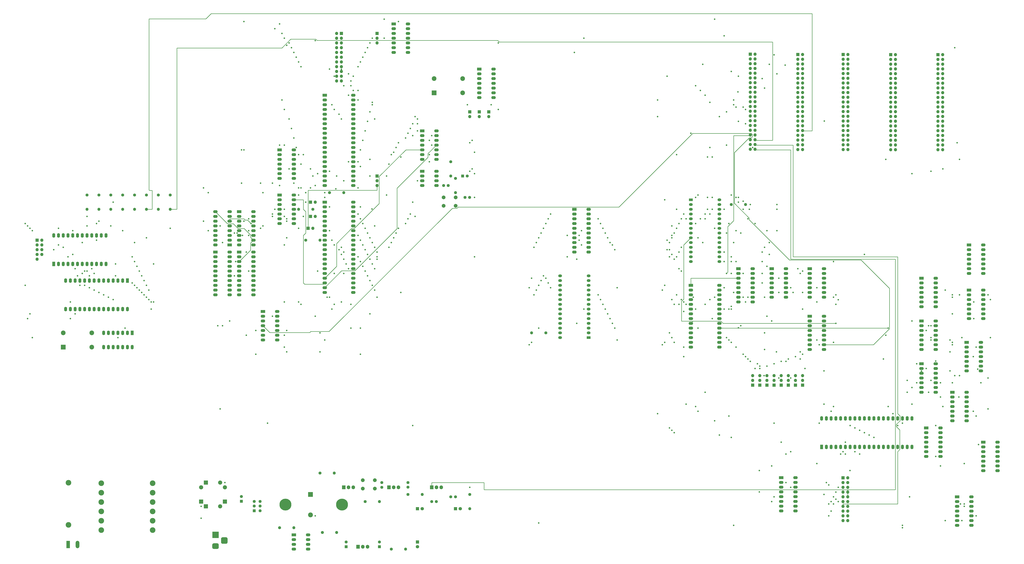
<source format=gbr>
%TF.GenerationSoftware,KiCad,Pcbnew,(5.1.10)-1*%
%TF.CreationDate,2022-04-25T14:42:15+01:00*%
%TF.ProjectId,Motherboard,4d6f7468-6572-4626-9f61-72642e6b6963,2.2*%
%TF.SameCoordinates,Original*%
%TF.FileFunction,Copper,L5,Inr*%
%TF.FilePolarity,Positive*%
%FSLAX46Y46*%
G04 Gerber Fmt 4.6, Leading zero omitted, Abs format (unit mm)*
G04 Created by KiCad (PCBNEW (5.1.10)-1) date 2022-04-25 14:42:15*
%MOMM*%
%LPD*%
G01*
G04 APERTURE LIST*
%TA.AperFunction,ComponentPad*%
%ADD10O,2.400000X1.600000*%
%TD*%
%TA.AperFunction,ComponentPad*%
%ADD11R,2.400000X1.600000*%
%TD*%
%TA.AperFunction,ComponentPad*%
%ADD12C,3.000000*%
%TD*%
%TA.AperFunction,ComponentPad*%
%ADD13C,1.600000*%
%TD*%
%TA.AperFunction,ComponentPad*%
%ADD14R,1.600000X1.600000*%
%TD*%
%TA.AperFunction,ComponentPad*%
%ADD15O,1.700000X1.700000*%
%TD*%
%TA.AperFunction,ComponentPad*%
%ADD16R,1.700000X1.700000*%
%TD*%
%TA.AperFunction,ComponentPad*%
%ADD17O,1.600000X2.400000*%
%TD*%
%TA.AperFunction,ComponentPad*%
%ADD18R,1.600000X2.400000*%
%TD*%
%TA.AperFunction,ComponentPad*%
%ADD19O,1.600000X1.600000*%
%TD*%
%TA.AperFunction,ComponentPad*%
%ADD20O,2.000000X1.440000*%
%TD*%
%TA.AperFunction,ComponentPad*%
%ADD21R,2.000000X1.440000*%
%TD*%
%TA.AperFunction,ComponentPad*%
%ADD22O,1.905000X2.000000*%
%TD*%
%TA.AperFunction,ComponentPad*%
%ADD23R,1.905000X2.000000*%
%TD*%
%TA.AperFunction,ComponentPad*%
%ADD24C,2.500000*%
%TD*%
%TA.AperFunction,ComponentPad*%
%ADD25R,2.500000X2.500000*%
%TD*%
%TA.AperFunction,ComponentPad*%
%ADD26C,2.000000*%
%TD*%
%TA.AperFunction,ComponentPad*%
%ADD27C,6.350000*%
%TD*%
%TA.AperFunction,ComponentPad*%
%ADD28C,2.600000*%
%TD*%
%TA.AperFunction,ComponentPad*%
%ADD29R,2.600000X2.600000*%
%TD*%
%TA.AperFunction,ComponentPad*%
%ADD30O,1.980000X3.960000*%
%TD*%
%TA.AperFunction,ComponentPad*%
%ADD31R,1.980000X3.960000*%
%TD*%
%TA.AperFunction,ComponentPad*%
%ADD32R,3.500000X3.500000*%
%TD*%
%TA.AperFunction,ComponentPad*%
%ADD33C,1.800000*%
%TD*%
%TA.AperFunction,ComponentPad*%
%ADD34R,1.800000X1.800000*%
%TD*%
%TA.AperFunction,ComponentPad*%
%ADD35O,2.200000X2.200000*%
%TD*%
%TA.AperFunction,ComponentPad*%
%ADD36R,2.200000X2.200000*%
%TD*%
%TA.AperFunction,ViaPad*%
%ADD37C,0.800000*%
%TD*%
%TA.AperFunction,Conductor*%
%ADD38C,0.250000*%
%TD*%
G04 APERTURE END LIST*
D10*
%TO.N,VCC*%
%TO.C,U20*%
X441960000Y-275564600D03*
%TO.N,GND*%
X434340000Y-293344600D03*
%TO.N,Net-(U20-Pad15)*%
X441960000Y-278104600D03*
%TO.N,SEL7\u005C*%
X434340000Y-290804600D03*
%TO.N,SEL1\u005C*%
X441960000Y-280644600D03*
%TO.N,65SIB_CS*%
X434340000Y-288264600D03*
%TO.N,SEL2\u005C*%
X441960000Y-283184600D03*
%TO.N,DEV_CS\u005C*%
X434340000Y-285724600D03*
%TO.N,SEL3\u005C*%
X441960000Y-285724600D03*
%TO.N,Net-(U20-Pad4)*%
X434340000Y-283184600D03*
%TO.N,SEL4\u005C*%
X441960000Y-288264600D03*
%TO.N,Net-(U20-Pad3)*%
X434340000Y-280644600D03*
%TO.N,SEL5\u005C*%
X441960000Y-290804600D03*
%TO.N,Net-(U20-Pad2)*%
X434340000Y-278104600D03*
%TO.N,SEL6\u005C*%
X441960000Y-293344600D03*
D11*
%TO.N,Net-(U20-Pad1)*%
X434340000Y-275564600D03*
%TD*%
D12*
%TO.N,Net-(F1-Pad2)*%
%TO.C,F1*%
X53619400Y-300757000D03*
%TO.N,Net-(F1-Pad1)*%
X53619400Y-278257000D03*
%TD*%
D13*
%TO.N,Net-(CP1-Pad1)*%
%TO.C,SW1*%
X156031800Y-288217600D03*
%TO.N,FUSE_IN*%
X156031800Y-290717600D03*
%TO.N,Net-(J1-Pad1)*%
X156031800Y-293217600D03*
%TO.N,Net-(CP1-Pad2)*%
X152831800Y-288217600D03*
%TO.N,GND*%
X152831800Y-290717600D03*
D14*
%TO.N,Net-(J1-Pad2)*%
X152831800Y-293217600D03*
%TD*%
D10*
%TO.N,VCC*%
%TO.C,U15*%
X535940000Y-285750000D03*
%TO.N,GND*%
X528320000Y-300990000D03*
%TO.N,A11*%
X535940000Y-288290000D03*
%TO.N,Net-(U15-Pad6)*%
X528320000Y-298450000D03*
%TO.N,Net-(U15-Pad12)*%
X535940000Y-290830000D03*
%TO.N,A6*%
X528320000Y-295910000D03*
%TO.N,A8*%
X535940000Y-293370000D03*
%TO.N,Net-(U15-Pad4)*%
X528320000Y-293370000D03*
%TO.N,Net-(U15-Pad10)*%
X535940000Y-295910000D03*
%TO.N,RW*%
X528320000Y-290830000D03*
%TO.N,A15*%
X535940000Y-298450000D03*
%TO.N,Net-(U15-Pad2)*%
X528320000Y-288290000D03*
%TO.N,Net-(U15-Pad8)*%
X535940000Y-300990000D03*
D11*
%TO.N,RW*%
X528320000Y-285750000D03*
%TD*%
D15*
%TO.N,+12v*%
%TO.C,J9*%
X520648800Y-100228400D03*
%TO.N,Sync*%
X518108800Y-100228400D03*
%TO.N,-12v*%
X520648800Y-97688400D03*
%TO.N,RDY*%
X518108800Y-97688400D03*
%TO.N,IRQ7\u005C*%
X520648800Y-95148400D03*
%TO.N,RW*%
X518108800Y-95148400D03*
%TO.N,IRQ6\u005C*%
X520648800Y-92608400D03*
%TO.N,A15*%
X518108800Y-92608400D03*
%TO.N,IRQ5\u005C*%
X520648800Y-90068400D03*
%TO.N,A14*%
X518108800Y-90068400D03*
%TO.N,IRQ4\u005C*%
X520648800Y-87528400D03*
%TO.N,A13*%
X518108800Y-87528400D03*
%TO.N,IRQ3\u005C*%
X520648800Y-84988400D03*
%TO.N,A12*%
X518108800Y-84988400D03*
%TO.N,DEV_CS\u005C*%
X520648800Y-82448400D03*
%TO.N,A11*%
X518108800Y-82448400D03*
%TO.N,Page_En*%
X520648800Y-79908400D03*
%TO.N,A10*%
X518108800Y-79908400D03*
%TO.N,PHI2*%
X520648800Y-77368400D03*
%TO.N,A9*%
X518108800Y-77368400D03*
%TO.N,PHI1*%
X520648800Y-74828400D03*
%TO.N,A8*%
X518108800Y-74828400D03*
%TO.N,CLK*%
X520648800Y-72288400D03*
%TO.N,A7*%
X518108800Y-72288400D03*
%TO.N,Reset\u005C*%
X520648800Y-69748400D03*
%TO.N,A6*%
X518108800Y-69748400D03*
%TO.N,D7*%
X520648800Y-67208400D03*
%TO.N,A5*%
X518108800Y-67208400D03*
%TO.N,D6*%
X520648800Y-64668400D03*
%TO.N,A4*%
X518108800Y-64668400D03*
%TO.N,D5*%
X520648800Y-62128400D03*
%TO.N,A3*%
X518108800Y-62128400D03*
%TO.N,D4*%
X520648800Y-59588400D03*
%TO.N,A2*%
X518108800Y-59588400D03*
%TO.N,D3*%
X520648800Y-57048400D03*
%TO.N,A1*%
X518108800Y-57048400D03*
%TO.N,D2*%
X520648800Y-54508400D03*
%TO.N,A0*%
X518108800Y-54508400D03*
%TO.N,D1*%
X520648800Y-51968400D03*
%TO.N,GND*%
X518108800Y-51968400D03*
%TO.N,D0*%
X520648800Y-49428400D03*
D16*
%TO.N,VCC*%
X518108800Y-49428400D03*
%TD*%
D15*
%TO.N,+12v*%
%TO.C,J8*%
X495414000Y-100228400D03*
%TO.N,Sync*%
X492874000Y-100228400D03*
%TO.N,-12v*%
X495414000Y-97688400D03*
%TO.N,RDY*%
X492874000Y-97688400D03*
%TO.N,IRQ7\u005C*%
X495414000Y-95148400D03*
%TO.N,RW*%
X492874000Y-95148400D03*
%TO.N,IRQ6\u005C*%
X495414000Y-92608400D03*
%TO.N,A15*%
X492874000Y-92608400D03*
%TO.N,IRQ5\u005C*%
X495414000Y-90068400D03*
%TO.N,A14*%
X492874000Y-90068400D03*
%TO.N,IRQ4\u005C*%
X495414000Y-87528400D03*
%TO.N,A13*%
X492874000Y-87528400D03*
%TO.N,IRQ3\u005C*%
X495414000Y-84988400D03*
%TO.N,A12*%
X492874000Y-84988400D03*
%TO.N,DEV_CS\u005C*%
X495414000Y-82448400D03*
%TO.N,A11*%
X492874000Y-82448400D03*
%TO.N,Page_En*%
X495414000Y-79908400D03*
%TO.N,A10*%
X492874000Y-79908400D03*
%TO.N,PHI2*%
X495414000Y-77368400D03*
%TO.N,A9*%
X492874000Y-77368400D03*
%TO.N,PHI1*%
X495414000Y-74828400D03*
%TO.N,A8*%
X492874000Y-74828400D03*
%TO.N,CLK*%
X495414000Y-72288400D03*
%TO.N,A7*%
X492874000Y-72288400D03*
%TO.N,Reset\u005C*%
X495414000Y-69748400D03*
%TO.N,A6*%
X492874000Y-69748400D03*
%TO.N,D7*%
X495414000Y-67208400D03*
%TO.N,A5*%
X492874000Y-67208400D03*
%TO.N,D6*%
X495414000Y-64668400D03*
%TO.N,A4*%
X492874000Y-64668400D03*
%TO.N,D5*%
X495414000Y-62128400D03*
%TO.N,A3*%
X492874000Y-62128400D03*
%TO.N,D4*%
X495414000Y-59588400D03*
%TO.N,A2*%
X492874000Y-59588400D03*
%TO.N,D3*%
X495414000Y-57048400D03*
%TO.N,A1*%
X492874000Y-57048400D03*
%TO.N,D2*%
X495414000Y-54508400D03*
%TO.N,A0*%
X492874000Y-54508400D03*
%TO.N,D1*%
X495414000Y-51968400D03*
%TO.N,GND*%
X492874000Y-51968400D03*
%TO.N,D0*%
X495414000Y-49428400D03*
D16*
%TO.N,VCC*%
X492874000Y-49428400D03*
%TD*%
D15*
%TO.N,+12v*%
%TO.C,J7*%
X470026800Y-100177600D03*
%TO.N,Sync*%
X467486800Y-100177600D03*
%TO.N,-12v*%
X470026800Y-97637600D03*
%TO.N,RDY*%
X467486800Y-97637600D03*
%TO.N,IRQ7\u005C*%
X470026800Y-95097600D03*
%TO.N,RW*%
X467486800Y-95097600D03*
%TO.N,IRQ6\u005C*%
X470026800Y-92557600D03*
%TO.N,A15*%
X467486800Y-92557600D03*
%TO.N,IRQ5\u005C*%
X470026800Y-90017600D03*
%TO.N,A14*%
X467486800Y-90017600D03*
%TO.N,IRQ4\u005C*%
X470026800Y-87477600D03*
%TO.N,A13*%
X467486800Y-87477600D03*
%TO.N,IRQ3\u005C*%
X470026800Y-84937600D03*
%TO.N,A12*%
X467486800Y-84937600D03*
%TO.N,DEV_CS\u005C*%
X470026800Y-82397600D03*
%TO.N,A11*%
X467486800Y-82397600D03*
%TO.N,Page_En*%
X470026800Y-79857600D03*
%TO.N,A10*%
X467486800Y-79857600D03*
%TO.N,PHI2*%
X470026800Y-77317600D03*
%TO.N,A9*%
X467486800Y-77317600D03*
%TO.N,PHI1*%
X470026800Y-74777600D03*
%TO.N,A8*%
X467486800Y-74777600D03*
%TO.N,CLK*%
X470026800Y-72237600D03*
%TO.N,A7*%
X467486800Y-72237600D03*
%TO.N,Reset\u005C*%
X470026800Y-69697600D03*
%TO.N,A6*%
X467486800Y-69697600D03*
%TO.N,D7*%
X470026800Y-67157600D03*
%TO.N,A5*%
X467486800Y-67157600D03*
%TO.N,D6*%
X470026800Y-64617600D03*
%TO.N,A4*%
X467486800Y-64617600D03*
%TO.N,D5*%
X470026800Y-62077600D03*
%TO.N,A3*%
X467486800Y-62077600D03*
%TO.N,D4*%
X470026800Y-59537600D03*
%TO.N,A2*%
X467486800Y-59537600D03*
%TO.N,D3*%
X470026800Y-56997600D03*
%TO.N,A1*%
X467486800Y-56997600D03*
%TO.N,D2*%
X470026800Y-54457600D03*
%TO.N,A0*%
X467486800Y-54457600D03*
%TO.N,D1*%
X470026800Y-51917600D03*
%TO.N,GND*%
X467486800Y-51917600D03*
%TO.N,D0*%
X470026800Y-49377600D03*
D16*
%TO.N,VCC*%
X467486800Y-49377600D03*
%TD*%
D15*
%TO.N,+12v*%
%TO.C,J6*%
X445808000Y-100177600D03*
%TO.N,Sync*%
X443268000Y-100177600D03*
%TO.N,-12v*%
X445808000Y-97637600D03*
%TO.N,RDY*%
X443268000Y-97637600D03*
%TO.N,IRQ7\u005C*%
X445808000Y-95097600D03*
%TO.N,RW*%
X443268000Y-95097600D03*
%TO.N,IRQ6\u005C*%
X445808000Y-92557600D03*
%TO.N,A15*%
X443268000Y-92557600D03*
%TO.N,IRQ5\u005C*%
X445808000Y-90017600D03*
%TO.N,A14*%
X443268000Y-90017600D03*
%TO.N,IRQ4\u005C*%
X445808000Y-87477600D03*
%TO.N,A13*%
X443268000Y-87477600D03*
%TO.N,IRQ3\u005C*%
X445808000Y-84937600D03*
%TO.N,A12*%
X443268000Y-84937600D03*
%TO.N,DEV_CS\u005C*%
X445808000Y-82397600D03*
%TO.N,A11*%
X443268000Y-82397600D03*
%TO.N,Page_En*%
X445808000Y-79857600D03*
%TO.N,A10*%
X443268000Y-79857600D03*
%TO.N,PHI2*%
X445808000Y-77317600D03*
%TO.N,A9*%
X443268000Y-77317600D03*
%TO.N,PHI1*%
X445808000Y-74777600D03*
%TO.N,A8*%
X443268000Y-74777600D03*
%TO.N,CLK*%
X445808000Y-72237600D03*
%TO.N,A7*%
X443268000Y-72237600D03*
%TO.N,Reset\u005C*%
X445808000Y-69697600D03*
%TO.N,A6*%
X443268000Y-69697600D03*
%TO.N,D7*%
X445808000Y-67157600D03*
%TO.N,A5*%
X443268000Y-67157600D03*
%TO.N,D6*%
X445808000Y-64617600D03*
%TO.N,A4*%
X443268000Y-64617600D03*
%TO.N,D5*%
X445808000Y-62077600D03*
%TO.N,A3*%
X443268000Y-62077600D03*
%TO.N,D4*%
X445808000Y-59537600D03*
%TO.N,A2*%
X443268000Y-59537600D03*
%TO.N,D3*%
X445808000Y-56997600D03*
%TO.N,A1*%
X443268000Y-56997600D03*
%TO.N,D2*%
X445808000Y-54457600D03*
%TO.N,A0*%
X443268000Y-54457600D03*
%TO.N,D1*%
X445808000Y-51917600D03*
%TO.N,GND*%
X443268000Y-51917600D03*
%TO.N,D0*%
X445808000Y-49377600D03*
D16*
%TO.N,VCC*%
X443268000Y-49377600D03*
%TD*%
D15*
%TO.N,+12v*%
%TO.C,J5*%
X420420800Y-100025200D03*
%TO.N,Sync*%
X417880800Y-100025200D03*
%TO.N,-12v*%
X420420800Y-97485200D03*
%TO.N,RDY*%
X417880800Y-97485200D03*
%TO.N,IRQ7\u005C*%
X420420800Y-94945200D03*
%TO.N,RW*%
X417880800Y-94945200D03*
%TO.N,IRQ6\u005C*%
X420420800Y-92405200D03*
%TO.N,A15*%
X417880800Y-92405200D03*
%TO.N,IRQ5\u005C*%
X420420800Y-89865200D03*
%TO.N,A14*%
X417880800Y-89865200D03*
%TO.N,IRQ4\u005C*%
X420420800Y-87325200D03*
%TO.N,A13*%
X417880800Y-87325200D03*
%TO.N,IRQ3\u005C*%
X420420800Y-84785200D03*
%TO.N,A12*%
X417880800Y-84785200D03*
%TO.N,DEV_CS\u005C*%
X420420800Y-82245200D03*
%TO.N,A11*%
X417880800Y-82245200D03*
%TO.N,Page_En*%
X420420800Y-79705200D03*
%TO.N,A10*%
X417880800Y-79705200D03*
%TO.N,PHI2*%
X420420800Y-77165200D03*
%TO.N,A9*%
X417880800Y-77165200D03*
%TO.N,PHI1*%
X420420800Y-74625200D03*
%TO.N,A8*%
X417880800Y-74625200D03*
%TO.N,CLK*%
X420420800Y-72085200D03*
%TO.N,A7*%
X417880800Y-72085200D03*
%TO.N,Reset\u005C*%
X420420800Y-69545200D03*
%TO.N,A6*%
X417880800Y-69545200D03*
%TO.N,D7*%
X420420800Y-67005200D03*
%TO.N,A5*%
X417880800Y-67005200D03*
%TO.N,D6*%
X420420800Y-64465200D03*
%TO.N,A4*%
X417880800Y-64465200D03*
%TO.N,D5*%
X420420800Y-61925200D03*
%TO.N,A3*%
X417880800Y-61925200D03*
%TO.N,D4*%
X420420800Y-59385200D03*
%TO.N,A2*%
X417880800Y-59385200D03*
%TO.N,D3*%
X420420800Y-56845200D03*
%TO.N,A1*%
X417880800Y-56845200D03*
%TO.N,D2*%
X420420800Y-54305200D03*
%TO.N,A0*%
X417880800Y-54305200D03*
%TO.N,D1*%
X420420800Y-51765200D03*
%TO.N,GND*%
X417880800Y-51765200D03*
%TO.N,D0*%
X420420800Y-49225200D03*
D16*
%TO.N,VCC*%
X417880800Y-49225200D03*
%TD*%
D10*
%TO.N,CA1*%
%TO.C,U33*%
X205740000Y-71120000D03*
%TO.N,VCC*%
X190500000Y-119380000D03*
%TO.N,CA2*%
X205740000Y-73660000D03*
%TO.N,CB2*%
X190500000Y-116840000D03*
%TO.N,A0*%
X205740000Y-76200000D03*
%TO.N,CB1*%
X190500000Y-114300000D03*
%TO.N,A1*%
X205740000Y-78740000D03*
%TO.N,GPIO15*%
X190500000Y-111760000D03*
%TO.N,A2*%
X205740000Y-81280000D03*
%TO.N,GPIO14*%
X190500000Y-109220000D03*
%TO.N,A3*%
X205740000Y-83820000D03*
%TO.N,GPIO13*%
X190500000Y-106680000D03*
%TO.N,RESET\u005C*%
X205740000Y-86360000D03*
%TO.N,GPIO12*%
X190500000Y-104140000D03*
%TO.N,D0*%
X205740000Y-88900000D03*
%TO.N,GPIO11*%
X190500000Y-101600000D03*
%TO.N,D1*%
X205740000Y-91440000D03*
%TO.N,GPIO10*%
X190500000Y-99060000D03*
%TO.N,D2*%
X205740000Y-93980000D03*
%TO.N,GPIO9*%
X190500000Y-96520000D03*
%TO.N,D3*%
X205740000Y-96520000D03*
%TO.N,GPIO8*%
X190500000Y-93980000D03*
%TO.N,D4*%
X205740000Y-99060000D03*
%TO.N,GPIO7*%
X190500000Y-91440000D03*
%TO.N,D5*%
X205740000Y-101600000D03*
%TO.N,GPIO6*%
X190500000Y-88900000D03*
%TO.N,D6*%
X205740000Y-104140000D03*
%TO.N,GPIO5*%
X190500000Y-86360000D03*
%TO.N,D7*%
X205740000Y-106680000D03*
%TO.N,GPIO4*%
X190500000Y-83820000D03*
%TO.N,PHI2*%
X205740000Y-109220000D03*
%TO.N,GPIO3*%
X190500000Y-81280000D03*
%TO.N,CS_GPIO*%
X205740000Y-111760000D03*
%TO.N,GPIO2*%
X190500000Y-78740000D03*
%TO.N,DEV_CS\u005C*%
X205740000Y-114300000D03*
%TO.N,GPIO1*%
X190500000Y-76200000D03*
%TO.N,RW*%
X205740000Y-116840000D03*
%TO.N,GPIO0*%
X190500000Y-73660000D03*
%TO.N,IRQ_DECIDE\u005C*%
X205740000Y-119380000D03*
D11*
%TO.N,GND*%
X190500000Y-71120000D03*
%TD*%
D10*
%TO.N,RESET\u005C*%
%TO.C,U21*%
X205740000Y-128270000D03*
%TO.N,A11*%
X190500000Y-176530000D03*
%TO.N,PHI2*%
X205740000Y-130810000D03*
%TO.N,A10*%
X190500000Y-173990000D03*
%TO.N,VCC*%
X205740000Y-133350000D03*
%TO.N,A9*%
X190500000Y-171450000D03*
%TO.N,CLK*%
X205740000Y-135890000D03*
%TO.N,A8*%
X190500000Y-168910000D03*
%TO.N,Net-(U21-Pad36)*%
X205740000Y-138430000D03*
%TO.N,A7*%
X190500000Y-166370000D03*
%TO.N,Net-(U21-Pad35)*%
X205740000Y-140970000D03*
%TO.N,A6*%
X190500000Y-163830000D03*
%TO.N,RW*%
X205740000Y-143510000D03*
%TO.N,A5*%
X190500000Y-161290000D03*
%TO.N,D0*%
X205740000Y-146050000D03*
%TO.N,A4*%
X190500000Y-158750000D03*
%TO.N,D1*%
X205740000Y-148590000D03*
%TO.N,A3*%
X190500000Y-156210000D03*
%TO.N,D2*%
X205740000Y-151130000D03*
%TO.N,A2*%
X190500000Y-153670000D03*
%TO.N,D3*%
X205740000Y-153670000D03*
%TO.N,A1*%
X190500000Y-151130000D03*
%TO.N,D4*%
X205740000Y-156210000D03*
%TO.N,A0*%
X190500000Y-148590000D03*
%TO.N,D5*%
X205740000Y-158750000D03*
%TO.N,VCC*%
X190500000Y-146050000D03*
%TO.N,D6*%
X205740000Y-161290000D03*
%TO.N,SYNC*%
X190500000Y-143510000D03*
%TO.N,D7*%
X205740000Y-163830000D03*
%TO.N,Net-(JP9-Pad2)*%
X190500000Y-140970000D03*
%TO.N,A15*%
X205740000Y-166370000D03*
%TO.N,Net-(U21-Pad5)*%
X190500000Y-138430000D03*
%TO.N,A14*%
X205740000Y-168910000D03*
%TO.N,Net-(JP10-Pad2)*%
X190500000Y-135890000D03*
%TO.N,A13*%
X205740000Y-171450000D03*
%TO.N,PHI1*%
X190500000Y-133350000D03*
%TO.N,A12*%
X205740000Y-173990000D03*
%TO.N,RDY*%
X190500000Y-130810000D03*
%TO.N,GND*%
X205740000Y-176530000D03*
D11*
%TO.N,Net-(JP11-Pad2)*%
X190500000Y-128270000D03*
%TD*%
D10*
%TO.N,VCC*%
%TO.C,U9*%
X401320000Y-172720000D03*
%TO.N,GND*%
X386080000Y-205740000D03*
%TO.N,RAM_WE\u005C*%
X401320000Y-175260000D03*
%TO.N,D2*%
X386080000Y-203200000D03*
%TO.N,A13*%
X401320000Y-177800000D03*
%TO.N,D1*%
X386080000Y-200660000D03*
%TO.N,A8*%
X401320000Y-180340000D03*
%TO.N,D0*%
X386080000Y-198120000D03*
%TO.N,A9*%
X401320000Y-182880000D03*
%TO.N,A0*%
X386080000Y-195580000D03*
%TO.N,A11*%
X401320000Y-185420000D03*
%TO.N,A1*%
X386080000Y-193040000D03*
%TO.N,RAM_OE\u005C*%
X401320000Y-187960000D03*
%TO.N,A2*%
X386080000Y-190500000D03*
%TO.N,A10*%
X401320000Y-190500000D03*
%TO.N,A3*%
X386080000Y-187960000D03*
%TO.N,Net-(U3-Pad3)*%
X401320000Y-193040000D03*
%TO.N,A4*%
X386080000Y-185420000D03*
%TO.N,D7*%
X401320000Y-195580000D03*
%TO.N,A5*%
X386080000Y-182880000D03*
%TO.N,D6*%
X401320000Y-198120000D03*
%TO.N,A6*%
X386080000Y-180340000D03*
%TO.N,D5*%
X401320000Y-200660000D03*
%TO.N,A7*%
X386080000Y-177800000D03*
%TO.N,D4*%
X401320000Y-203200000D03*
%TO.N,A12*%
X386080000Y-175260000D03*
%TO.N,D3*%
X401320000Y-205740000D03*
D11*
%TO.N,A14*%
X386080000Y-172720000D03*
%TD*%
D17*
%TO.N,65SIB_IRQ\u005C*%
%TO.C,U27*%
X455930000Y-243840000D03*
%TO.N,VCC*%
X504190000Y-259080000D03*
%TO.N,Net-(U27-Pad39)*%
X458470000Y-243840000D03*
%TO.N,Net-(U27-Pad19)*%
X501650000Y-259080000D03*
%TO.N,A0*%
X461010000Y-243840000D03*
%TO.N,Net-(U27-Pad18)*%
X499110000Y-259080000D03*
%TO.N,A1*%
X463550000Y-243840000D03*
%TO.N,Net-(U27-Pad17)*%
X496570000Y-259080000D03*
%TO.N,A2*%
X466090000Y-243840000D03*
%TO.N,Net-(U27-Pad16)*%
X494030000Y-259080000D03*
%TO.N,A3*%
X468630000Y-243840000D03*
%TO.N,Net-(U27-Pad15)*%
X491490000Y-259080000D03*
%TO.N,RESET\u005C*%
X471170000Y-243840000D03*
%TO.N,Net-(U27-Pad14)*%
X488950000Y-259080000D03*
%TO.N,D0*%
X473710000Y-243840000D03*
%TO.N,Net-(U27-Pad13)*%
X486410000Y-259080000D03*
%TO.N,D1*%
X476250000Y-243840000D03*
%TO.N,Net-(U27-Pad12)*%
X483870000Y-259080000D03*
%TO.N,D2*%
X478790000Y-243840000D03*
%TO.N,Net-(U27-Pad11)*%
X481330000Y-259080000D03*
%TO.N,D3*%
X481330000Y-243840000D03*
%TO.N,Net-(U27-Pad10)*%
X478790000Y-259080000D03*
%TO.N,D4*%
X483870000Y-243840000D03*
%TO.N,65SIB_MISO*%
X476250000Y-259080000D03*
%TO.N,D5*%
X486410000Y-243840000D03*
%TO.N,CONF\u005C*%
X473710000Y-259080000D03*
%TO.N,D6*%
X488950000Y-243840000D03*
%TO.N,Net-(U20-Pad4)*%
X471170000Y-259080000D03*
%TO.N,D7*%
X491490000Y-243840000D03*
%TO.N,Net-(U20-Pad1)*%
X468630000Y-259080000D03*
%TO.N,CLK*%
X494030000Y-243840000D03*
%TO.N,Net-(U20-Pad2)*%
X466090000Y-259080000D03*
%TO.N,65SIB_CS*%
X496570000Y-243840000D03*
%TO.N,Net-(U20-Pad3)*%
X463550000Y-259080000D03*
%TO.N,DEV_CS\u005C*%
X499110000Y-243840000D03*
%TO.N,65SIB_MOSI*%
X461010000Y-259080000D03*
%TO.N,RW*%
X501650000Y-243840000D03*
%TO.N,65SIB_CLK*%
X458470000Y-259080000D03*
%TO.N,IRQ2\u005C*%
X504190000Y-243840000D03*
D18*
%TO.N,GND*%
X455930000Y-259080000D03*
%TD*%
D15*
%TO.N,Net-(J3-Pad9)*%
%TO.C,J3*%
X36830000Y-158750000D03*
%TO.N,CTS_COM_PORT*%
X39370000Y-156210000D03*
%TO.N,RTS_COM_PORT*%
X36830000Y-156210000D03*
%TO.N,DSR_COM_PORT*%
X39370000Y-153670000D03*
%TO.N,GND*%
X36830000Y-153670000D03*
%TO.N,DTR_COM_PORT*%
X39370000Y-151130000D03*
%TO.N,Tx_COM_PORT*%
X36830000Y-151130000D03*
%TO.N,Rx_COM_PORT*%
X39370000Y-148590000D03*
D16*
%TO.N,DCD_COM_PORT*%
X36830000Y-148590000D03*
%TD*%
D19*
%TO.N,VCC*%
%TO.C,R22*%
X300990000Y-198120000D03*
D13*
%TO.N,Net-(R22-Pad1)*%
X308610000Y-198120000D03*
%TD*%
D10*
%TO.N,VCC*%
%TO.C,U16*%
X139700000Y-154940000D03*
%TO.N,GND*%
X132080000Y-177800000D03*
%TO.N,Net-(U16-Pad19)*%
X139700000Y-157480000D03*
%TO.N,D7*%
X132080000Y-175260000D03*
%TO.N,Net-(U16-Pad18)*%
X139700000Y-160020000D03*
%TO.N,D6*%
X132080000Y-172720000D03*
%TO.N,Net-(U16-Pad17)*%
X139700000Y-162560000D03*
%TO.N,D5*%
X132080000Y-170180000D03*
%TO.N,Net-(U16-Pad16)*%
X139700000Y-165100000D03*
%TO.N,D4*%
X132080000Y-167640000D03*
%TO.N,Net-(U16-Pad15)*%
X139700000Y-167640000D03*
%TO.N,D3*%
X132080000Y-165100000D03*
%TO.N,Net-(U16-Pad14)*%
X139700000Y-170180000D03*
%TO.N,D2*%
X132080000Y-162560000D03*
%TO.N,Net-(U16-Pad13)*%
X139700000Y-172720000D03*
%TO.N,D1*%
X132080000Y-160020000D03*
%TO.N,Net-(U16-Pad12)*%
X139700000Y-175260000D03*
%TO.N,D0*%
X132080000Y-157480000D03*
%TO.N,CS_WR*%
X139700000Y-177800000D03*
D11*
%TO.N,GND*%
X132080000Y-154940000D03*
%TD*%
D13*
%TO.N,GND*%
%TO.C,C1*%
X220980000Y-278170000D03*
%TO.N,FUSE_OUT*%
X220980000Y-280670000D03*
%TD*%
D15*
%TO.N,GND*%
%TO.C,J4*%
X196850000Y-63500000D03*
%TO.N,CB2*%
X199390000Y-63500000D03*
%TO.N,CB1*%
X196850000Y-60960000D03*
%TO.N,CA2*%
X199390000Y-60960000D03*
%TO.N,CA1*%
X196850000Y-58420000D03*
%TO.N,GPIO15*%
X199390000Y-58420000D03*
%TO.N,GPIO14*%
X196850000Y-55880000D03*
%TO.N,GPIO13*%
X199390000Y-55880000D03*
%TO.N,GPIO12*%
X196850000Y-53340000D03*
%TO.N,GPIO11*%
X199390000Y-53340000D03*
%TO.N,GPIO10*%
X196850000Y-50800000D03*
%TO.N,GPIO9*%
X199390000Y-50800000D03*
%TO.N,GPIO8*%
X196850000Y-48260000D03*
%TO.N,GPIO7*%
X199390000Y-48260000D03*
%TO.N,GPIO6*%
X196850000Y-45720000D03*
%TO.N,GPIO5*%
X199390000Y-45720000D03*
%TO.N,GPIO4*%
X196850000Y-43180000D03*
%TO.N,GPIO3*%
X199390000Y-43180000D03*
%TO.N,GPIO2*%
X196850000Y-40640000D03*
%TO.N,GPIO1*%
X199390000Y-40640000D03*
%TO.N,GPIO0*%
X196850000Y-38100000D03*
D16*
%TO.N,VCC*%
X199390000Y-38100000D03*
%TD*%
D17*
%TO.N,N/C*%
%TO.C,U32*%
X87630000Y-205740000D03*
X72390000Y-198120000D03*
X85090000Y-205740000D03*
X74930000Y-198120000D03*
X82550000Y-205740000D03*
X77470000Y-198120000D03*
X80010000Y-205740000D03*
%TO.N,Net-(U29-Pad20)*%
X80010000Y-198120000D03*
%TO.N,N/C*%
X77470000Y-205740000D03*
%TO.N,CS0_COM*%
X82550000Y-198120000D03*
%TO.N,N/C*%
X74930000Y-205740000D03*
X85090000Y-198120000D03*
X72390000Y-205740000D03*
D18*
X87630000Y-198120000D03*
%TD*%
D20*
%TO.N,D3*%
%TO.C,U19*%
X316230000Y-167640000D03*
%TO.N,GND*%
X331470000Y-167640000D03*
%TO.N,D4*%
X316230000Y-170180000D03*
%TO.N,D2*%
X331470000Y-170180000D03*
%TO.N,D5*%
X316230000Y-172720000D03*
%TO.N,D1*%
X331470000Y-172720000D03*
%TO.N,D6*%
X316230000Y-175260000D03*
%TO.N,D0*%
X331470000Y-175260000D03*
%TO.N,D7*%
X316230000Y-177800000D03*
%TO.N,D0*%
X331470000Y-177800000D03*
%TO.N,GND*%
X316230000Y-180340000D03*
%TO.N,D1*%
X331470000Y-180340000D03*
%TO.N,GND*%
X316230000Y-182880000D03*
%TO.N,D2*%
X331470000Y-182880000D03*
%TO.N,VID_OE*%
X316230000Y-185420000D03*
%TO.N,D3*%
X331470000Y-185420000D03*
%TO.N,GND*%
X316230000Y-187960000D03*
%TO.N,D4*%
X331470000Y-187960000D03*
%TO.N,GND*%
X316230000Y-190500000D03*
%TO.N,D5*%
X331470000Y-190500000D03*
%TO.N,SYNC*%
X316230000Y-193040000D03*
%TO.N,D6*%
X331470000Y-193040000D03*
%TO.N,GND*%
X316230000Y-195580000D03*
%TO.N,D7*%
X331470000Y-195580000D03*
%TO.N,Net-(R22-Pad1)*%
X316230000Y-198120000D03*
%TO.N,GND*%
X331470000Y-198120000D03*
%TO.N,VCC*%
X316230000Y-200660000D03*
D21*
%TO.N,GND*%
X331470000Y-200660000D03*
%TD*%
D20*
%TO.N,D3*%
%TO.C,U11*%
X401320000Y-160020000D03*
%TO.N,GND*%
X386080000Y-160020000D03*
%TO.N,D4*%
X401320000Y-157480000D03*
%TO.N,D2*%
X386080000Y-157480000D03*
%TO.N,D5*%
X401320000Y-154940000D03*
%TO.N,D1*%
X386080000Y-154940000D03*
%TO.N,D6*%
X401320000Y-152400000D03*
%TO.N,D0*%
X386080000Y-152400000D03*
%TO.N,D7*%
X401320000Y-149860000D03*
%TO.N,A0*%
X386080000Y-149860000D03*
%TO.N,ROM_EN*%
X401320000Y-147320000D03*
%TO.N,A1*%
X386080000Y-147320000D03*
%TO.N,A10*%
X401320000Y-144780000D03*
%TO.N,A2*%
X386080000Y-144780000D03*
%TO.N,ROM_EN*%
X401320000Y-142240000D03*
%TO.N,A3*%
X386080000Y-142240000D03*
%TO.N,A11*%
X401320000Y-139700000D03*
%TO.N,A4*%
X386080000Y-139700000D03*
%TO.N,A9*%
X401320000Y-137160000D03*
%TO.N,A5*%
X386080000Y-137160000D03*
%TO.N,A8*%
X401320000Y-134620000D03*
%TO.N,A6*%
X386080000Y-134620000D03*
%TO.N,A13*%
X401320000Y-132080000D03*
%TO.N,A7*%
X386080000Y-132080000D03*
%TO.N,Net-(R16-Pad1)*%
X401320000Y-129540000D03*
%TO.N,A12*%
X386080000Y-129540000D03*
%TO.N,VCC*%
X401320000Y-127000000D03*
D21*
%TO.N,A14*%
X386080000Y-127000000D03*
%TD*%
D22*
%TO.N,-12v*%
%TO.C,U13*%
X213360000Y-312420000D03*
%TO.N,Net-(C5-Pad2)*%
X210820000Y-312420000D03*
D23*
%TO.N,GND*%
X208280000Y-312420000D03*
%TD*%
D24*
%TO.N,GND*%
%TO.C,X2*%
X66040000Y-205740000D03*
%TO.N,XTL1_COM*%
X66040000Y-198120000D03*
%TO.N,VCC*%
X50800000Y-198120000D03*
D25*
%TO.N,Net-(X2-Pad1)*%
X50800000Y-205740000D03*
%TD*%
D24*
%TO.N,GND*%
%TO.C,X1*%
X264160000Y-69850000D03*
%TO.N,CLK1*%
X264160000Y-62230000D03*
%TO.N,VCC*%
X248920000Y-62230000D03*
D25*
%TO.N,Net-(X1-Pad1)*%
X248920000Y-69850000D03*
%TD*%
D10*
%TO.N,VCC*%
%TO.C,U43*%
X542290000Y-151130000D03*
%TO.N,GND*%
X534670000Y-166370000D03*
%TO.N,N/C*%
X542290000Y-153670000D03*
X534670000Y-163830000D03*
X542290000Y-156210000D03*
X534670000Y-161290000D03*
X542290000Y-158750000D03*
X534670000Y-158750000D03*
X542290000Y-161290000D03*
X534670000Y-156210000D03*
X542290000Y-163830000D03*
%TO.N,Net-(U39-Pad10)*%
X534670000Y-153670000D03*
%TO.N,N/C*%
X542290000Y-166370000D03*
D11*
%TO.N,A3*%
X534670000Y-151130000D03*
%TD*%
D10*
%TO.N,VCC*%
%TO.C,U31*%
X549910000Y-256540000D03*
%TO.N,GND*%
X542290000Y-271780000D03*
%TO.N,N/C*%
X549910000Y-259080000D03*
X542290000Y-269240000D03*
X549910000Y-261620000D03*
X542290000Y-266700000D03*
X549910000Y-264160000D03*
X542290000Y-264160000D03*
X549910000Y-266700000D03*
X542290000Y-261620000D03*
X549910000Y-269240000D03*
%TO.N,Net-(U31-Pad2)*%
X542290000Y-259080000D03*
%TO.N,N/C*%
X549910000Y-271780000D03*
D11*
%TO.N,A11*%
X542290000Y-256540000D03*
%TD*%
D10*
%TO.N,VCC*%
%TO.C,U38*%
X541020000Y-203200000D03*
%TO.N,GND*%
X533400000Y-218440000D03*
%TO.N,N/C*%
X541020000Y-205740000D03*
X533400000Y-215900000D03*
X541020000Y-208280000D03*
X533400000Y-213360000D03*
X541020000Y-210820000D03*
%TO.N,Net-(U35-Pad10)*%
X533400000Y-210820000D03*
%TO.N,N/C*%
X541020000Y-213360000D03*
%TO.N,A5*%
X533400000Y-208280000D03*
%TO.N,A8*%
X541020000Y-215900000D03*
%TO.N,Net-(U35-Pad9)*%
X533400000Y-205740000D03*
%TO.N,Net-(U35-Pad1)*%
X541020000Y-218440000D03*
D11*
%TO.N,A4*%
X533400000Y-203200000D03*
%TD*%
D10*
%TO.N,VCC*%
%TO.C,U42*%
X516890000Y-168910000D03*
%TO.N,GND*%
X509270000Y-184150000D03*
%TO.N,N/C*%
X516890000Y-171450000D03*
X509270000Y-181610000D03*
X516890000Y-173990000D03*
X509270000Y-179070000D03*
X516890000Y-176530000D03*
X509270000Y-176530000D03*
%TO.N,Net-(U39-Pad6)*%
X516890000Y-179070000D03*
%TO.N,N/C*%
X509270000Y-173990000D03*
%TO.N,Net-(U39-Pad8)*%
X516890000Y-181610000D03*
%TO.N,N/C*%
X509270000Y-171450000D03*
%TO.N,CS0_COM*%
X516890000Y-184150000D03*
D11*
%TO.N,N/C*%
X509270000Y-168910000D03*
%TD*%
D10*
%TO.N,VCC*%
%TO.C,U36*%
X516890000Y-214630000D03*
%TO.N,GND*%
X509270000Y-229870000D03*
%TO.N,N/C*%
X516890000Y-217170000D03*
%TO.N,Net-(U35-Pad12)*%
X509270000Y-227330000D03*
%TO.N,N/C*%
X516890000Y-219710000D03*
%TO.N,A6*%
X509270000Y-224790000D03*
%TO.N,A9*%
X516890000Y-222250000D03*
%TO.N,Net-(U36-Pad4)*%
X509270000Y-222250000D03*
%TO.N,Net-(U35-Pad2)*%
X516890000Y-224790000D03*
%TO.N,A5*%
X509270000Y-219710000D03*
%TO.N,A9*%
X516890000Y-227330000D03*
%TO.N,Net-(U36-Pad2)*%
X509270000Y-217170000D03*
%TO.N,Net-(U36-Pad8)*%
X516890000Y-229870000D03*
D11*
%TO.N,A6*%
X509270000Y-214630000D03*
%TD*%
D10*
%TO.N,VCC*%
%TO.C,U39*%
X542290000Y-175260000D03*
%TO.N,GND*%
X534670000Y-190500000D03*
%TO.N,Net-(U36-Pad4)*%
X542290000Y-177800000D03*
%TO.N,Net-(U39-Pad6)*%
X534670000Y-187960000D03*
%TO.N,A4*%
X542290000Y-180340000D03*
%TO.N,Net-(U39-Pad5)*%
X534670000Y-185420000D03*
%TO.N,N/C*%
X542290000Y-182880000D03*
%TO.N,Net-(U15-Pad10)*%
X534670000Y-182880000D03*
%TO.N,Net-(U39-Pad10)*%
X542290000Y-185420000D03*
%TO.N,N/C*%
X534670000Y-180340000D03*
%TO.N,A2*%
X542290000Y-187960000D03*
%TO.N,Net-(U23-Pad8)*%
X534670000Y-177800000D03*
%TO.N,Net-(U39-Pad8)*%
X542290000Y-190500000D03*
D11*
%TO.N,Net-(U15-Pad6)*%
X534670000Y-175260000D03*
%TD*%
D10*
%TO.N,VCC*%
%TO.C,U35*%
X533400000Y-229870000D03*
%TO.N,GND*%
X525780000Y-245110000D03*
%TO.N,A7*%
X533400000Y-232410000D03*
%TO.N,Net-(U35-Pad6)*%
X525780000Y-242570000D03*
%TO.N,Net-(U35-Pad12)*%
X533400000Y-234950000D03*
%TO.N,Net-(U31-Pad2)*%
X525780000Y-240030000D03*
%TO.N,N/C*%
X533400000Y-237490000D03*
%TO.N,Net-(U23-Pad12)*%
X525780000Y-237490000D03*
%TO.N,Net-(U35-Pad10)*%
X533400000Y-240030000D03*
%TO.N,N/C*%
X525780000Y-234950000D03*
%TO.N,Net-(U35-Pad9)*%
X533400000Y-242570000D03*
%TO.N,Net-(U35-Pad2)*%
X525780000Y-232410000D03*
%TO.N,Net-(U35-Pad8)*%
X533400000Y-245110000D03*
D11*
%TO.N,Net-(U35-Pad1)*%
X525780000Y-229870000D03*
%TD*%
D10*
%TO.N,VCC*%
%TO.C,U37*%
X516890000Y-191770000D03*
%TO.N,GND*%
X509270000Y-207010000D03*
%TO.N,Net-(U23-Pad4)*%
X516890000Y-194310000D03*
%TO.N,Net-(U18-Pad10)*%
X509270000Y-204470000D03*
%TO.N,Net-(U36-Pad2)*%
X516890000Y-196850000D03*
%TO.N,Net-(U15-Pad12)*%
X509270000Y-201930000D03*
%TO.N,N/C*%
X516890000Y-199390000D03*
%TO.N,Net-(U23-Pad10)*%
X509270000Y-199390000D03*
%TO.N,A5*%
X516890000Y-201930000D03*
%TO.N,N/C*%
X509270000Y-196850000D03*
%TO.N,A4*%
X516890000Y-204470000D03*
%TO.N,Net-(U36-Pad8)*%
X509270000Y-194310000D03*
%TO.N,Net-(U18-Pad9)*%
X516890000Y-207010000D03*
D11*
%TO.N,Net-(U23-Pad6)*%
X509270000Y-191770000D03*
%TD*%
D10*
%TO.N,VCC*%
%TO.C,U40*%
X519430000Y-248920000D03*
%TO.N,GND*%
X511810000Y-264160000D03*
%TO.N,N/C*%
X519430000Y-251460000D03*
X511810000Y-261620000D03*
X519430000Y-254000000D03*
X511810000Y-259080000D03*
X519430000Y-256540000D03*
X511810000Y-256540000D03*
%TO.N,Net-(U35-Pad6)*%
X519430000Y-259080000D03*
%TO.N,N/C*%
X511810000Y-254000000D03*
%TO.N,Net-(U35-Pad8)*%
X519430000Y-261620000D03*
%TO.N,N/C*%
X511810000Y-251460000D03*
%TO.N,65SIB_CS*%
X519430000Y-264160000D03*
D11*
%TO.N,N/C*%
X511810000Y-248920000D03*
%TD*%
D17*
%TO.N,DSR_COM_PORT*%
%TO.C,U29*%
X45720000Y-146050000D03*
%TO.N,VCC*%
X73660000Y-161290000D03*
%TO.N,DSR_COM*%
X48260000Y-146050000D03*
%TO.N,GND*%
X71120000Y-161290000D03*
%TO.N,Net-(U29-Pad22)*%
X50800000Y-146050000D03*
%TO.N,Rx_COM_PORT*%
X68580000Y-161290000D03*
%TO.N,Net-(U29-Pad21)*%
X53340000Y-146050000D03*
%TO.N,Rx_COM*%
X66040000Y-161290000D03*
%TO.N,Net-(U29-Pad20)*%
X55880000Y-146050000D03*
%TO.N,Tx_COM*%
X63500000Y-161290000D03*
%TO.N,Net-(U29-Pad19)*%
X58420000Y-146050000D03*
%TO.N,RTS_COM*%
X60960000Y-161290000D03*
%TO.N,DCD_COM_PORT*%
X60960000Y-146050000D03*
%TO.N,CTS_COM*%
X58420000Y-161290000D03*
%TO.N,DCD_COM*%
X63500000Y-146050000D03*
%TO.N,CTS_COM_PORT*%
X55880000Y-161290000D03*
%TO.N,Net-(U29-Pad16)*%
X66040000Y-146050000D03*
%TO.N,RTS_COM_PORT*%
X53340000Y-161290000D03*
%TO.N,DTR_COM*%
X68580000Y-146050000D03*
%TO.N,Tx_COM_PORT*%
X50800000Y-161290000D03*
%TO.N,Net-(U29-Pad14)*%
X71120000Y-146050000D03*
%TO.N,DTR_COM_PORT*%
X48260000Y-161290000D03*
%TO.N,Net-(U29-Pad13)*%
X73660000Y-146050000D03*
D18*
%TO.N,Net-(U29-Pad1)*%
X45720000Y-161290000D03*
%TD*%
D10*
%TO.N,VCC*%
%TO.C,U28*%
X457200000Y-189230000D03*
%TO.N,GND*%
X449580000Y-207010000D03*
%TO.N,Net-(U28-Pad15)*%
X457200000Y-191770000D03*
%TO.N,Net-(U28-Pad7)*%
X449580000Y-204470000D03*
%TO.N,Net-(U28-Pad14)*%
X457200000Y-194310000D03*
%TO.N,A15*%
X449580000Y-201930000D03*
%TO.N,Net-(U28-Pad13)*%
X457200000Y-196850000D03*
%TO.N,GND*%
X449580000Y-199390000D03*
%TO.N,Net-(U28-Pad12)*%
X457200000Y-199390000D03*
%TO.N,GND*%
X449580000Y-196850000D03*
%TO.N,Net-(U28-Pad11)*%
X457200000Y-201930000D03*
%TO.N,A14*%
X449580000Y-194310000D03*
%TO.N,DEV_CS\u005C*%
X457200000Y-204470000D03*
%TO.N,A13*%
X449580000Y-191770000D03*
%TO.N,Net-(U28-Pad9)*%
X457200000Y-207010000D03*
D11*
%TO.N,A12*%
X449580000Y-189230000D03*
%TD*%
D10*
%TO.N,VCC*%
%TO.C,U26*%
X250190000Y-111760000D03*
X242570000Y-119380000D03*
%TO.N,Net-(CP2-Pad1)*%
X250190000Y-114300000D03*
%TO.N,Net-(U23-Pad1)*%
X242570000Y-116840000D03*
%TO.N,Net-(CP2-Pad1)*%
X250190000Y-116840000D03*
%TO.N,Net-(C7-Pad1)*%
X242570000Y-114300000D03*
%TO.N,Net-(C8-Pad1)*%
X250190000Y-119380000D03*
D11*
%TO.N,GND*%
X242570000Y-111760000D03*
%TD*%
D17*
%TO.N,RW*%
%TO.C,U25*%
X85090000Y-185420000D03*
%TO.N,A1*%
X52070000Y-170180000D03*
%TO.N,PHI2*%
X82550000Y-185420000D03*
%TO.N,A0*%
X54610000Y-170180000D03*
%TO.N,IRQ0\u005C*%
X80010000Y-185420000D03*
%TO.N,Rx_COM*%
X57150000Y-170180000D03*
%TO.N,D7*%
X77470000Y-185420000D03*
%TO.N,DTR_COM*%
X59690000Y-170180000D03*
%TO.N,D6*%
X74930000Y-185420000D03*
%TO.N,Tx_COM*%
X62230000Y-170180000D03*
%TO.N,D5*%
X72390000Y-185420000D03*
%TO.N,CTS_COM*%
X64770000Y-170180000D03*
%TO.N,D4*%
X69850000Y-185420000D03*
%TO.N,RTS_COM*%
X67310000Y-170180000D03*
%TO.N,D3*%
X67310000Y-185420000D03*
%TO.N,Net-(U25-Pad7)*%
X69850000Y-170180000D03*
%TO.N,D2*%
X64770000Y-185420000D03*
%TO.N,XTL1_COM*%
X72390000Y-170180000D03*
%TO.N,D1*%
X62230000Y-185420000D03*
%TO.N,N/C*%
X74930000Y-170180000D03*
%TO.N,D0*%
X59690000Y-185420000D03*
%TO.N,RESET\u005C*%
X77470000Y-170180000D03*
%TO.N,DSR_COM*%
X57150000Y-185420000D03*
%TO.N,DEV_CS\u005C*%
X80010000Y-170180000D03*
%TO.N,DCD_COM*%
X54610000Y-185420000D03*
%TO.N,CS0_COM*%
X82550000Y-170180000D03*
%TO.N,VCC*%
X52070000Y-185420000D03*
D18*
%TO.N,GND*%
X85090000Y-170180000D03*
%TD*%
D10*
%TO.N,VCC*%
%TO.C,U24*%
X280670000Y-57150000D03*
%TO.N,GND*%
X273050000Y-72390000D03*
%TO.N,VCC*%
X280670000Y-59690000D03*
%TO.N,Net-(U24-Pad11)*%
X273050000Y-69850000D03*
%TO.N,Net-(U24-Pad12)*%
X280670000Y-62230000D03*
%TO.N,CLK2*%
X273050000Y-67310000D03*
%TO.N,Net-(U24-Pad11)*%
X280670000Y-64770000D03*
%TO.N,VCC*%
X273050000Y-64770000D03*
X280670000Y-67310000D03*
%TO.N,CLK1*%
X273050000Y-62230000D03*
%TO.N,CLK4*%
X280670000Y-69850000D03*
%TO.N,Net-(U24-Pad11)*%
X273050000Y-59690000D03*
%TO.N,Net-(U24-Pad12)*%
X280670000Y-72390000D03*
D11*
%TO.N,VCC*%
X273050000Y-57150000D03*
%TD*%
D10*
%TO.N,VCC*%
%TO.C,U23*%
X250190000Y-90170000D03*
%TO.N,GND*%
X242570000Y-105410000D03*
%TO.N,A10*%
X250190000Y-92710000D03*
%TO.N,Net-(U23-Pad6)*%
X242570000Y-102870000D03*
%TO.N,Net-(U23-Pad12)*%
X250190000Y-95250000D03*
%TO.N,A8*%
X242570000Y-100330000D03*
%TO.N,A10*%
X250190000Y-97790000D03*
%TO.N,Net-(U23-Pad4)*%
X242570000Y-97790000D03*
%TO.N,Net-(U23-Pad10)*%
X250190000Y-100330000D03*
%TO.N,A7*%
X242570000Y-95250000D03*
X250190000Y-102870000D03*
%TO.N,RESET\u005C*%
X242570000Y-92710000D03*
%TO.N,Net-(U23-Pad8)*%
X250190000Y-105410000D03*
D11*
%TO.N,Net-(U23-Pad1)*%
X242570000Y-90170000D03*
%TD*%
D10*
%TO.N,VCC*%
%TO.C,U22*%
X419100000Y-163830000D03*
%TO.N,GND*%
X411480000Y-181610000D03*
%TO.N,CS0\u005C*%
X419100000Y-166370000D03*
%TO.N,CS7\u005C*%
X411480000Y-179070000D03*
%TO.N,CS1\u005C*%
X419100000Y-168910000D03*
%TO.N,Net-(U15-Pad8)*%
X411480000Y-176530000D03*
%TO.N,CS2\u005C*%
X419100000Y-171450000D03*
%TO.N,GND*%
X411480000Y-173990000D03*
%TO.N,CS3\u005C*%
X419100000Y-173990000D03*
%TO.N,GND*%
X411480000Y-171450000D03*
%TO.N,CS4\u005C*%
X419100000Y-176530000D03*
%TO.N,A14*%
X411480000Y-168910000D03*
%TO.N,CS5\u005C*%
X419100000Y-179070000D03*
%TO.N,A13*%
X411480000Y-166370000D03*
%TO.N,CS6\u005C*%
X419100000Y-181610000D03*
D11*
%TO.N,A12*%
X411480000Y-163830000D03*
%TD*%
D10*
%TO.N,VCC*%
%TO.C,U18*%
X165100000Y-186690000D03*
%TO.N,GND*%
X157480000Y-201930000D03*
%TO.N,N/C*%
X165100000Y-189230000D03*
%TO.N,CS_RD*%
X157480000Y-199390000D03*
%TO.N,N/C*%
X165100000Y-191770000D03*
%TO.N,Net-(U15-Pad4)*%
X157480000Y-196850000D03*
%TO.N,N/C*%
X165100000Y-194310000D03*
%TO.N,DEV_CS\u005C*%
X157480000Y-194310000D03*
%TO.N,Net-(U18-Pad10)*%
X165100000Y-196850000D03*
%TO.N,CS_WR*%
X157480000Y-191770000D03*
%TO.N,Net-(U18-Pad9)*%
X165100000Y-199390000D03*
%TO.N,RW*%
X157480000Y-189230000D03*
%TO.N,CS_GPIO*%
X165100000Y-201930000D03*
D11*
%TO.N,DEV_CS\u005C*%
X157480000Y-186690000D03*
%TD*%
D10*
%TO.N,VCC*%
%TO.C,U17*%
X152400000Y-154940000D03*
%TO.N,GND*%
X144780000Y-177800000D03*
%TO.N,D0*%
X152400000Y-157480000D03*
%TO.N,GND*%
X144780000Y-175260000D03*
%TO.N,D1*%
X152400000Y-160020000D03*
%TO.N,GND*%
X144780000Y-172720000D03*
%TO.N,D2*%
X152400000Y-162560000D03*
%TO.N,GND*%
X144780000Y-170180000D03*
%TO.N,D3*%
X152400000Y-165100000D03*
%TO.N,Net-(U17-Pad6)*%
X144780000Y-167640000D03*
%TO.N,D4*%
X152400000Y-167640000D03*
%TO.N,Net-(U17-Pad5)*%
X144780000Y-165100000D03*
%TO.N,D5*%
X152400000Y-170180000D03*
%TO.N,Net-(U17-Pad4)*%
X144780000Y-162560000D03*
%TO.N,D6*%
X152400000Y-172720000D03*
%TO.N,Net-(U17-Pad3)*%
X144780000Y-160020000D03*
%TO.N,D7*%
X152400000Y-175260000D03*
%TO.N,GND*%
X144780000Y-157480000D03*
%TO.N,PHI2*%
X152400000Y-177800000D03*
D11*
%TO.N,CS_RD*%
X144780000Y-154940000D03*
%TD*%
D10*
%TO.N,VCC*%
%TO.C,U14*%
X173990000Y-100330000D03*
%TO.N,GND*%
X166370000Y-115570000D03*
%TO.N,N/C*%
X173990000Y-102870000D03*
%TO.N,RAM_OE\u005C*%
X166370000Y-113030000D03*
%TO.N,N/C*%
X173990000Y-105410000D03*
%TO.N,RW*%
X166370000Y-110490000D03*
%TO.N,N/C*%
X173990000Y-107950000D03*
%TO.N,PHI2*%
X166370000Y-107950000D03*
%TO.N,A14*%
X173990000Y-110490000D03*
%TO.N,RAM_WE\u005C*%
X166370000Y-105410000D03*
%TO.N,A15*%
X173990000Y-113030000D03*
%TO.N,Net-(U14-Pad2)*%
X166370000Y-102870000D03*
%TO.N,Net-(U14-Pad8)*%
X173990000Y-115570000D03*
D11*
%TO.N,PHI2*%
X166370000Y-100330000D03*
%TD*%
D10*
%TO.N,Net-(U12-Pad8)*%
%TO.C,U12*%
X181610000Y-306070000D03*
%TO.N,GND*%
X173990000Y-313690000D03*
%TO.N,Net-(U12-Pad7)*%
X181610000Y-308610000D03*
%TO.N,GND*%
X173990000Y-311150000D03*
%TO.N,FUSE_OUT*%
X181610000Y-311150000D03*
%TO.N,Net-(R14-Pad1)*%
X173990000Y-308610000D03*
%TO.N,Net-(C5-Pad2)*%
X181610000Y-313690000D03*
D11*
%TO.N,Net-(U12-Pad1)*%
X173990000Y-306070000D03*
%TD*%
D10*
%TO.N,VCC*%
%TO.C,U10*%
X331470000Y-132080000D03*
%TO.N,GND*%
X323850000Y-154940000D03*
%TO.N,Net-(U10-Pad1)*%
X331470000Y-134620000D03*
%TO.N,D7*%
X323850000Y-152400000D03*
%TO.N,D0*%
X331470000Y-137160000D03*
%TO.N,D6*%
X323850000Y-149860000D03*
%TO.N,D1*%
X331470000Y-139700000D03*
%TO.N,D5*%
X323850000Y-147320000D03*
%TO.N,D2*%
X331470000Y-142240000D03*
%TO.N,D4*%
X323850000Y-144780000D03*
%TO.N,D3*%
X331470000Y-144780000D03*
X323850000Y-142240000D03*
%TO.N,D4*%
X331470000Y-147320000D03*
%TO.N,D2*%
X323850000Y-139700000D03*
%TO.N,D5*%
X331470000Y-149860000D03*
%TO.N,D1*%
X323850000Y-137160000D03*
%TO.N,D6*%
X331470000Y-152400000D03*
%TO.N,D0*%
X323850000Y-134620000D03*
%TO.N,D7*%
X331470000Y-154940000D03*
D11*
%TO.N,Net-(U10-Pad1)*%
X323850000Y-132080000D03*
%TD*%
D10*
%TO.N,VCC*%
%TO.C,U8*%
X457200000Y-163830000D03*
%TO.N,GND*%
X449580000Y-179070000D03*
%TO.N,N/C*%
X457200000Y-166370000D03*
%TO.N,Net-(U3-Pad1)*%
X449580000Y-176530000D03*
%TO.N,N/C*%
X457200000Y-168910000D03*
%TO.N,Net-(U8-Pad3)*%
X449580000Y-173990000D03*
%TO.N,N/C*%
X457200000Y-171450000D03*
%TO.N,Net-(U3-Pad11)*%
X449580000Y-171450000D03*
%TO.N,Net-(U3-Pad8)*%
X457200000Y-173990000D03*
%TO.N,Net-(U8-Pad3)*%
X449580000Y-168910000D03*
%TO.N,Net-(U3-Pad6)*%
X457200000Y-176530000D03*
%TO.N,Net-(JP7-Pad2)*%
X449580000Y-166370000D03*
%TO.N,Net-(U3-Pad2)*%
X457200000Y-179070000D03*
D11*
%TO.N,Net-(JP6-Pad2)*%
X449580000Y-163830000D03*
%TD*%
D10*
%TO.N,VCC*%
%TO.C,U7*%
X173990000Y-124460000D03*
%TO.N,GND*%
X166370000Y-139700000D03*
%TO.N,A9*%
X173990000Y-127000000D03*
%TO.N,Net-(U6-Pad5)*%
X166370000Y-137160000D03*
%TO.N,Net-(U39-Pad5)*%
X173990000Y-129540000D03*
%TO.N,Net-(U14-Pad8)*%
X166370000Y-134620000D03*
%TO.N,RW*%
X173990000Y-132080000D03*
%TO.N,Net-(U6-Pad2)*%
X166370000Y-132080000D03*
%TO.N,Net-(U14-Pad2)*%
X173990000Y-134620000D03*
%TO.N,PAGE_EN*%
X166370000Y-129540000D03*
%TO.N,Net-(U5-Pad7)*%
X173990000Y-137160000D03*
%TO.N,Net-(U6-Pad1)*%
X166370000Y-127000000D03*
%TO.N,IRQ\u005C*%
X173990000Y-139700000D03*
D11*
%TO.N,Net-(JP1-Pad3)*%
X166370000Y-124460000D03*
%TD*%
D10*
%TO.N,VCC*%
%TO.C,U6*%
X234950000Y-33020000D03*
%TO.N,GND*%
X227330000Y-48260000D03*
%TO.N,PHI2*%
X234950000Y-35560000D03*
%TO.N,Net-(JP1-Pad3)*%
X227330000Y-45720000D03*
%TO.N,RW*%
X234950000Y-38100000D03*
%TO.N,Net-(U6-Pad5)*%
X227330000Y-43180000D03*
%TO.N,VID_OE*%
X234950000Y-40640000D03*
%TO.N,A13*%
X227330000Y-40640000D03*
%TO.N,PHI2*%
X234950000Y-43180000D03*
%TO.N,Net-(JP1-Pad1)*%
X227330000Y-38100000D03*
%TO.N,Net-(U15-Pad2)*%
X234950000Y-45720000D03*
%TO.N,Net-(U6-Pad2)*%
X227330000Y-35560000D03*
%TO.N,Net-(U10-Pad1)*%
X234950000Y-48260000D03*
D11*
%TO.N,Net-(U6-Pad1)*%
X227330000Y-33020000D03*
%TD*%
D10*
%TO.N,VCC*%
%TO.C,U5*%
X152400000Y-133350000D03*
%TO.N,GND*%
X144780000Y-151130000D03*
%TO.N,Net-(U17-Pad6)*%
X152400000Y-135890000D03*
%TO.N,Net-(U5-Pad7)*%
X144780000Y-148590000D03*
%TO.N,Net-(U16-Pad17)*%
X152400000Y-138430000D03*
%TO.N,Net-(U5-Pad6)*%
X144780000Y-146050000D03*
%TO.N,Net-(U17-Pad5)*%
X152400000Y-140970000D03*
%TO.N,Net-(U5-Pad5)*%
X144780000Y-143510000D03*
%TO.N,Net-(U17-Pad4)*%
X152400000Y-143510000D03*
%TO.N,Net-(U5-Pad4)*%
X144780000Y-140970000D03*
%TO.N,Net-(U16-Pad18)*%
X152400000Y-146050000D03*
%TO.N,Net-(U5-Pad3)*%
X144780000Y-138430000D03*
%TO.N,Net-(U17-Pad3)*%
X152400000Y-148590000D03*
%TO.N,Net-(U5-Pad2)*%
X144780000Y-135890000D03*
%TO.N,Net-(U16-Pad19)*%
X152400000Y-151130000D03*
D11*
%TO.N,Net-(U16-Pad16)*%
X144780000Y-133350000D03*
%TD*%
D10*
%TO.N,VCC*%
%TO.C,U4*%
X132080000Y-151130000D03*
%TO.N,GND*%
X139700000Y-133350000D03*
%TO.N,VCC*%
X132080000Y-148590000D03*
%TO.N,Net-(U17-Pad4)*%
X139700000Y-135890000D03*
%TO.N,Net-(U17-Pad6)*%
X132080000Y-146050000D03*
%TO.N,Net-(U17-Pad5)*%
X139700000Y-138430000D03*
%TO.N,IRQ3\u005C*%
X132080000Y-143510000D03*
%TO.N,GND*%
X139700000Y-140970000D03*
%TO.N,IRQ2\u005C*%
X132080000Y-140970000D03*
%TO.N,IRQ7\u005C*%
X139700000Y-143510000D03*
%TO.N,IRQ1\u005C*%
X132080000Y-138430000D03*
%TO.N,IRQ6\u005C*%
X139700000Y-146050000D03*
%TO.N,IRQ0\u005C*%
X132080000Y-135890000D03*
%TO.N,IRQ5\u005C*%
X139700000Y-148590000D03*
%TO.N,Net-(U17-Pad3)*%
X132080000Y-133350000D03*
D11*
%TO.N,IRQ4\u005C*%
X139700000Y-151130000D03*
%TD*%
D10*
%TO.N,VCC*%
%TO.C,U3*%
X436880000Y-163830000D03*
%TO.N,GND*%
X429260000Y-179070000D03*
%TO.N,Net-(JP12-Pad2)*%
X436880000Y-166370000D03*
%TO.N,Net-(U3-Pad6)*%
X429260000Y-176530000D03*
%TO.N,Net-(JP8-Pad2)*%
X436880000Y-168910000D03*
%TO.N,Net-(JP5-Pad2)*%
X429260000Y-173990000D03*
%TO.N,Net-(U3-Pad11)*%
X436880000Y-171450000D03*
%TO.N,Net-(JP4-Pad2)*%
X429260000Y-171450000D03*
%TO.N,Net-(JP3-Pad2)*%
X436880000Y-173990000D03*
%TO.N,Net-(U3-Pad3)*%
X429260000Y-168910000D03*
%TO.N,Net-(JP2-Pad2)*%
X436880000Y-176530000D03*
%TO.N,Net-(U3-Pad2)*%
X429260000Y-166370000D03*
%TO.N,Net-(U3-Pad8)*%
X436880000Y-179070000D03*
D11*
%TO.N,Net-(U3-Pad1)*%
X429260000Y-163830000D03*
%TD*%
D22*
%TO.N,VCC*%
%TO.C,U2*%
X252730000Y-280670000D03*
%TO.N,GND*%
X250190000Y-280670000D03*
D23*
%TO.N,+12v*%
X247650000Y-280670000D03*
%TD*%
D22*
%TO.N,+12v*%
%TO.C,U1*%
X229870000Y-280670000D03*
%TO.N,GND*%
X227330000Y-280670000D03*
D23*
%TO.N,FUSE_OUT*%
X224790000Y-280670000D03*
%TD*%
D12*
%TO.N,Net-(D3-Pad2)*%
%TO.C,TR1*%
X98620000Y-283530000D03*
%TO.N,N/C*%
X98620000Y-288530000D03*
X98620000Y-293530000D03*
%TO.N,Net-(TR1-Pad11)*%
X98620000Y-298530000D03*
%TO.N,N/C*%
X71120000Y-283530000D03*
X71120000Y-288530000D03*
X71120000Y-293530000D03*
X71120000Y-298530000D03*
%TO.N,Net-(TR1-Pad12)*%
X98620000Y-303530000D03*
%TO.N,Net-(D1-Pad2)*%
X98620000Y-278530000D03*
%TO.N,Net-(F1-Pad1)*%
X71120000Y-278480000D03*
%TO.N,Net-(P1-Pad2)*%
X71120000Y-303530000D03*
%TD*%
D26*
%TO.N,Net-(C7-Pad1)*%
%TO.C,SW3*%
X260500000Y-125730000D03*
%TO.N,GND*%
X260500000Y-130230000D03*
%TO.N,Net-(C7-Pad1)*%
X254000000Y-125730000D03*
%TO.N,GND*%
X254000000Y-130230000D03*
%TD*%
%TO.N,FUSE_IN*%
%TO.C,SW2*%
X217320000Y-276860000D03*
%TO.N,Net-(R15-Pad2)*%
X217320000Y-281360000D03*
%TO.N,FUSE_IN*%
X210820000Y-276860000D03*
%TO.N,Net-(R15-Pad2)*%
X210820000Y-281360000D03*
%TD*%
D19*
%TO.N,Net-(CP2-Pad1)*%
%TO.C,R21*%
X257810000Y-114300000D03*
D13*
%TO.N,VCC*%
X257810000Y-106680000D03*
%TD*%
D19*
%TO.N,Net-(C7-Pad1)*%
%TO.C,R20*%
X260350000Y-123190000D03*
D13*
%TO.N,VCC*%
X260350000Y-115570000D03*
%TD*%
D19*
%TO.N,VCC*%
%TO.C,R19*%
X187960000Y-148590000D03*
D13*
%TO.N,Net-(JP9-Pad2)*%
X180340000Y-148590000D03*
%TD*%
D19*
%TO.N,VCC*%
%TO.C,R18*%
X176530000Y-132080000D03*
D13*
%TO.N,Net-(JP10-Pad2)*%
X184150000Y-132080000D03*
%TD*%
D19*
%TO.N,VCC*%
%TO.C,R17*%
X200660000Y-123190000D03*
D13*
%TO.N,RDY*%
X193040000Y-123190000D03*
%TD*%
D19*
%TO.N,VCC*%
%TO.C,R16*%
X415290000Y-129540000D03*
D13*
%TO.N,Net-(R16-Pad1)*%
X407670000Y-129540000D03*
%TD*%
D19*
%TO.N,Net-(R15-Pad2)*%
%TO.C,R15*%
X219770000Y-288290000D03*
D13*
%TO.N,Net-(Q2-Pad3)*%
X212150000Y-288290000D03*
%TD*%
D19*
%TO.N,FUSE_OUT*%
%TO.C,R14*%
X173990000Y-302260000D03*
D13*
%TO.N,Net-(R14-Pad1)*%
X166370000Y-302260000D03*
%TD*%
D19*
%TO.N,Net-(C5-Pad2)*%
%TO.C,R13*%
X196850000Y-304800000D03*
D13*
%TO.N,FUSE_OUT*%
X189230000Y-304800000D03*
%TD*%
D19*
%TO.N,FUSE_OUT*%
%TO.C,R12*%
X195580000Y-273050000D03*
D13*
%TO.N,Net-(Q1-Pad1)*%
X187960000Y-273050000D03*
%TD*%
D19*
%TO.N,Net-(D7-Pad2)*%
%TO.C,R11*%
X233680000Y-313690000D03*
D13*
%TO.N,GND*%
X226060000Y-313690000D03*
%TD*%
D19*
%TO.N,Net-(D6-Pad2)*%
%TO.C,R10*%
X242570000Y-284480000D03*
D13*
%TO.N,+12v*%
X234950000Y-284480000D03*
%TD*%
D19*
%TO.N,Net-(D5-Pad2)*%
%TO.C,R9*%
X267970000Y-292100000D03*
D13*
%TO.N,VCC*%
X267970000Y-284480000D03*
%TD*%
D19*
%TO.N,IRQ0\u005C*%
%TO.C,R8*%
X63500000Y-132080000D03*
D13*
%TO.N,VCC*%
X63500000Y-124460000D03*
%TD*%
D19*
%TO.N,IRQ1\u005C*%
%TO.C,R7*%
X69850000Y-132080000D03*
D13*
%TO.N,VCC*%
X69850000Y-124460000D03*
%TD*%
D19*
%TO.N,IRQ2\u005C*%
%TO.C,R6*%
X76200000Y-132080000D03*
D13*
%TO.N,VCC*%
X76200000Y-124460000D03*
%TD*%
D19*
%TO.N,IRQ3\u005C*%
%TO.C,R5*%
X82550000Y-132080000D03*
D13*
%TO.N,VCC*%
X82550000Y-124460000D03*
%TD*%
D19*
%TO.N,IRQ4\u005C*%
%TO.C,R4*%
X88900000Y-132080000D03*
D13*
%TO.N,VCC*%
X88900000Y-124460000D03*
%TD*%
D19*
%TO.N,IRQ5\u005C*%
%TO.C,R3*%
X95250000Y-132080000D03*
D13*
%TO.N,VCC*%
X95250000Y-124460000D03*
%TD*%
D19*
%TO.N,IRQ6\u005C*%
%TO.C,R2*%
X101600000Y-132080000D03*
D13*
%TO.N,VCC*%
X101600000Y-124460000D03*
%TD*%
D19*
%TO.N,IRQ7\u005C*%
%TO.C,R1*%
X107950000Y-132080000D03*
D13*
%TO.N,VCC*%
X107950000Y-124460000D03*
%TD*%
D22*
%TO.N,Net-(Q2-Pad3)*%
%TO.C,Q2*%
X205740000Y-280670000D03*
%TO.N,FUSE_IN*%
X203200000Y-280670000D03*
D23*
%TO.N,Net-(Q1-Pad1)*%
X200660000Y-280670000D03*
%TD*%
D27*
%TO.N,FUSE_IN*%
%TO.C,Q1*%
X199780000Y-289930000D03*
X169580000Y-289930000D03*
D28*
%TO.N,FUSE_OUT*%
X182880000Y-295400000D03*
D29*
%TO.N,Net-(Q1-Pad1)*%
X182880000Y-284480000D03*
%TD*%
D30*
%TO.N,Net-(P1-Pad2)*%
%TO.C,P1*%
X58492400Y-311251600D03*
D31*
%TO.N,Net-(F1-Pad2)*%
X53492400Y-311251600D03*
%TD*%
D15*
%TO.N,NMI\u005C*%
%TO.C,JP16*%
X218440000Y-119380000D03*
%TO.N,IRQ_DECIDE\u005C*%
X218440000Y-116840000D03*
D16*
%TO.N,IRQ1\u005C*%
X218440000Y-114300000D03*
%TD*%
D15*
%TO.N,CLK*%
%TO.C,JP15*%
X278130000Y-82550000D03*
D16*
%TO.N,CLK4*%
X278130000Y-80010000D03*
%TD*%
D15*
%TO.N,CLK*%
%TO.C,JP14*%
X273050000Y-82550000D03*
D16*
%TO.N,CLK2*%
X273050000Y-80010000D03*
%TD*%
D15*
%TO.N,CLK*%
%TO.C,JP13*%
X267970000Y-82550000D03*
D16*
%TO.N,CLK1*%
X267970000Y-80010000D03*
%TD*%
D15*
%TO.N,CS1\u005C*%
%TO.C,JP12*%
X422910000Y-220980000D03*
%TO.N,Net-(JP12-Pad2)*%
X422910000Y-223520000D03*
D16*
%TO.N,VCC*%
X422910000Y-226060000D03*
%TD*%
D15*
%TO.N,Net-(JP11-Pad2)*%
%TO.C,JP11*%
X185420000Y-128270000D03*
D16*
%TO.N,GND*%
X182880000Y-128270000D03*
%TD*%
D15*
%TO.N,Net-(JP10-Pad2)*%
%TO.C,JP10*%
X185420000Y-135890000D03*
D16*
%TO.N,IRQ\u005C*%
X182880000Y-135890000D03*
%TD*%
D15*
%TO.N,Net-(JP9-Pad2)*%
%TO.C,JP9*%
X184150000Y-142240000D03*
D16*
%TO.N,NMI\u005C*%
X181610000Y-142240000D03*
%TD*%
D15*
%TO.N,CS0\u005C*%
%TO.C,JP8*%
X419100000Y-220980000D03*
%TO.N,Net-(JP8-Pad2)*%
X419100000Y-223520000D03*
D16*
%TO.N,VCC*%
X419100000Y-226060000D03*
%TD*%
D15*
%TO.N,CS3\u005C*%
%TO.C,JP7*%
X430530000Y-220980000D03*
%TO.N,Net-(JP7-Pad2)*%
X430530000Y-223520000D03*
D16*
%TO.N,VCC*%
X430530000Y-226060000D03*
%TD*%
D15*
%TO.N,CS2\u005C*%
%TO.C,JP6*%
X426720000Y-220980000D03*
%TO.N,Net-(JP6-Pad2)*%
X426720000Y-223520000D03*
D16*
%TO.N,VCC*%
X426720000Y-226060000D03*
%TD*%
D15*
%TO.N,CS5\u005C*%
%TO.C,JP5*%
X438150000Y-220980000D03*
%TO.N,Net-(JP5-Pad2)*%
X438150000Y-223520000D03*
D16*
%TO.N,VCC*%
X438150000Y-226060000D03*
%TD*%
D15*
%TO.N,CS4\u005C*%
%TO.C,JP4*%
X434340000Y-220980000D03*
%TO.N,Net-(JP4-Pad2)*%
X434340000Y-223520000D03*
D16*
%TO.N,VCC*%
X434340000Y-226060000D03*
%TD*%
D15*
%TO.N,CS7\u005C*%
%TO.C,JP3*%
X445770000Y-220980000D03*
%TO.N,Net-(JP3-Pad2)*%
X445770000Y-223520000D03*
D16*
%TO.N,VCC*%
X445770000Y-226060000D03*
%TD*%
D15*
%TO.N,CS6\u005C*%
%TO.C,JP2*%
X441960000Y-220980000D03*
%TO.N,Net-(JP2-Pad2)*%
X441960000Y-223520000D03*
D16*
%TO.N,VCC*%
X441960000Y-226060000D03*
%TD*%
D15*
%TO.N,Net-(JP1-Pad3)*%
%TO.C,JP1*%
X218440000Y-43180000D03*
%TO.N,ROM_EN*%
X218440000Y-40640000D03*
D16*
%TO.N,Net-(JP1-Pad1)*%
X218440000Y-38100000D03*
%TD*%
D15*
%TO.N,SEL7\u005C*%
%TO.C,J2*%
X469900000Y-298450000D03*
%TO.N,GND*%
X467360000Y-298450000D03*
%TO.N,SEL6\u005C*%
X469900000Y-295910000D03*
%TO.N,SEL5\u005C*%
X467360000Y-295910000D03*
%TO.N,GND*%
X469900000Y-293370000D03*
%TO.N,SEL4\u005C*%
X467360000Y-293370000D03*
%TO.N,SEL3\u005C*%
X469900000Y-290830000D03*
%TO.N,-12v*%
X467360000Y-290830000D03*
%TO.N,SEL2\u005C*%
X469900000Y-288290000D03*
%TO.N,SEL1\u005C*%
X467360000Y-288290000D03*
%TO.N,+12v*%
X469900000Y-285750000D03*
%TO.N,65SIB_IRQ\u005C*%
X467360000Y-285750000D03*
%TO.N,+12v*%
X469900000Y-283210000D03*
%TO.N,65SIB_MISO*%
X467360000Y-283210000D03*
%TO.N,GND*%
X469900000Y-280670000D03*
%TO.N,65SIB_MOSI*%
X467360000Y-280670000D03*
%TO.N,GND*%
X469900000Y-278130000D03*
%TO.N,65SIB_CLK*%
X467360000Y-278130000D03*
%TO.N,GND*%
X469900000Y-275590000D03*
D16*
%TO.N,CONF\u005C*%
X467360000Y-275590000D03*
%TD*%
%TO.N,N/C*%
%TO.C,J1*%
%TA.AperFunction,ComponentPad*%
G36*
G01*
X137756600Y-310865200D02*
X136006600Y-310865200D01*
G75*
G02*
X135131600Y-309990200I0J875000D01*
G01*
X135131600Y-308240200D01*
G75*
G02*
X136006600Y-307365200I875000J0D01*
G01*
X137756600Y-307365200D01*
G75*
G02*
X138631600Y-308240200I0J-875000D01*
G01*
X138631600Y-309990200D01*
G75*
G02*
X137756600Y-310865200I-875000J0D01*
G01*
G37*
%TD.AperFunction*%
%TO.N,Net-(J1-Pad2)*%
%TA.AperFunction,ComponentPad*%
G36*
G01*
X133181600Y-313615200D02*
X131181600Y-313615200D01*
G75*
G02*
X130431600Y-312865200I0J750000D01*
G01*
X130431600Y-311365200D01*
G75*
G02*
X131181600Y-310615200I750000J0D01*
G01*
X133181600Y-310615200D01*
G75*
G02*
X133931600Y-311365200I0J-750000D01*
G01*
X133931600Y-312865200D01*
G75*
G02*
X133181600Y-313615200I-750000J0D01*
G01*
G37*
%TD.AperFunction*%
D32*
%TO.N,Net-(J1-Pad1)*%
X132181600Y-306115200D03*
%TD*%
D33*
%TO.N,Net-(D7-Pad2)*%
%TO.C,D7*%
X240030000Y-312420000D03*
D34*
%TO.N,-12v*%
X240030000Y-309880000D03*
%TD*%
D33*
%TO.N,Net-(D6-Pad2)*%
%TO.C,D6*%
X242570000Y-292100000D03*
D34*
%TO.N,GND*%
X240030000Y-292100000D03*
%TD*%
D33*
%TO.N,Net-(D5-Pad2)*%
%TO.C,D5*%
X262890000Y-292100000D03*
D34*
%TO.N,GND*%
X260350000Y-292100000D03*
%TD*%
D35*
%TO.N,Net-(CP1-Pad2)*%
%TO.C,D4*%
X137160000Y-280670000D03*
D36*
%TO.N,Net-(D3-Pad2)*%
X137160000Y-288290000D03*
%TD*%
D35*
%TO.N,Net-(D3-Pad2)*%
%TO.C,D3*%
X134620000Y-290830000D03*
D36*
%TO.N,Net-(CP1-Pad1)*%
X127000000Y-290830000D03*
%TD*%
D35*
%TO.N,Net-(CP1-Pad2)*%
%TO.C,D2*%
X134620000Y-278130000D03*
D36*
%TO.N,Net-(D1-Pad2)*%
X127000000Y-278130000D03*
%TD*%
D35*
%TO.N,Net-(D1-Pad2)*%
%TO.C,D1*%
X124460000Y-280670000D03*
D36*
%TO.N,Net-(CP1-Pad1)*%
X124460000Y-288290000D03*
%TD*%
D13*
%TO.N,GND*%
%TO.C,CP2*%
X266660000Y-114300000D03*
D14*
%TO.N,Net-(CP2-Pad1)*%
X264160000Y-114300000D03*
%TD*%
D13*
%TO.N,Net-(CP1-Pad2)*%
%TO.C,CP1*%
X146024600Y-285637600D03*
D14*
%TO.N,Net-(CP1-Pad1)*%
X146024600Y-288137600D03*
%TD*%
D13*
%TO.N,GND*%
%TO.C,C8*%
X256500000Y-119380000D03*
%TO.N,Net-(C8-Pad1)*%
X254000000Y-119380000D03*
%TD*%
%TO.N,GND*%
%TO.C,C7*%
X267930000Y-125730000D03*
%TO.N,Net-(C7-Pad1)*%
X265430000Y-125730000D03*
%TD*%
%TO.N,-12v*%
%TO.C,C6*%
X219710000Y-309920000D03*
D14*
%TO.N,GND*%
X219710000Y-312420000D03*
%TD*%
D13*
%TO.N,Net-(C5-Pad2)*%
%TO.C,C5*%
X201930000Y-309920000D03*
D14*
%TO.N,GND*%
X201930000Y-312420000D03*
%TD*%
D13*
%TO.N,GND*%
%TO.C,C4*%
X250150000Y-288290000D03*
%TO.N,+12v*%
X247650000Y-288290000D03*
%TD*%
%TO.N,GND*%
%TO.C,C3*%
X257850000Y-285750000D03*
%TO.N,VCC*%
X260350000Y-285750000D03*
%TD*%
%TO.N,GND*%
%TO.C,C2*%
X234950000Y-278130000D03*
%TO.N,+12v*%
X234950000Y-280630000D03*
%TD*%
D37*
%TO.N,FUSE_OUT*%
X185420000Y-295910000D03*
%TO.N,Net-(CP1-Pad1)*%
X124460000Y-297180000D03*
X124460000Y-290830000D03*
%TO.N,SEL5\u005C*%
X459740000Y-295910000D03*
X459740000Y-289560000D03*
%TO.N,SEL4\u005C*%
X461010000Y-288290000D03*
X461010000Y-293370000D03*
%TO.N,SEL3\u005C*%
X462280000Y-289560000D03*
X462280000Y-285750000D03*
%TO.N,SEL2\u005C*%
X463550000Y-283210000D03*
X463550000Y-287020000D03*
%TO.N,SEL1\u005C*%
X464820000Y-280670000D03*
X464820000Y-288290000D03*
%TO.N,65SIB_MISO*%
X476250000Y-262890000D03*
X468630000Y-262890000D03*
%TO.N,65SIB_MOSI*%
X459740000Y-279400000D03*
%TO.N,65SIB_CLK*%
X458470000Y-278130000D03*
%TO.N,CONF\u005C*%
X473710000Y-261620000D03*
X467360000Y-261620000D03*
%TO.N,Tx_COM_PORT*%
X50800000Y-152400000D03*
%TO.N,CB2*%
X204470000Y-63500000D03*
X200660000Y-116840000D03*
X200660000Y-66040000D03*
X204470000Y-66040000D03*
%TO.N,CB1*%
X195580000Y-60960000D03*
X196850000Y-114300000D03*
%TO.N,CA2*%
X205740000Y-60960000D03*
X205740000Y-68580000D03*
X208280000Y-68580000D03*
X208280000Y-73660000D03*
%TO.N,CA1*%
X203200000Y-59690000D03*
X203200000Y-71120000D03*
%TO.N,GPIO15*%
X193040000Y-111760000D03*
X199390000Y-57330003D03*
X193040000Y-57150000D03*
%TO.N,GPIO14*%
X177800000Y-55880000D03*
X177800000Y-107950000D03*
%TO.N,GPIO13*%
X208280000Y-55880000D03*
X203200000Y-106680000D03*
%TO.N,GPIO12*%
X176530000Y-53340000D03*
X176530000Y-102870000D03*
%TO.N,GPIO11*%
X209550000Y-53340000D03*
X209550000Y-100330000D03*
%TO.N,GPIO10*%
X175260000Y-50800000D03*
X175260000Y-99060000D03*
%TO.N,GPIO9*%
X210820000Y-50800000D03*
X210820000Y-95250000D03*
%TO.N,GPIO8*%
X173990000Y-48260000D03*
X173990000Y-93980000D03*
%TO.N,GPIO7*%
X212090000Y-48260000D03*
X212090000Y-90170000D03*
%TO.N,GPIO6*%
X172720000Y-45720000D03*
X172720000Y-88900000D03*
%TO.N,GPIO5*%
X213360000Y-45720000D03*
X213360000Y-85090000D03*
%TO.N,GPIO4*%
X171450000Y-43180000D03*
X171450000Y-83820000D03*
%TO.N,GPIO3*%
X214630000Y-43180000D03*
X214630000Y-80010000D03*
%TO.N,GPIO2*%
X168910000Y-40640000D03*
X168910000Y-78740000D03*
%TO.N,GPIO1*%
X215900000Y-40640000D03*
X215900000Y-74930000D03*
%TO.N,GPIO0*%
X167640000Y-38100000D03*
X167640000Y-73660000D03*
%TO.N,Net-(JP1-Pad3)*%
X166370000Y-119380000D03*
X185420000Y-119380000D03*
X185420000Y-41910000D03*
%TO.N,ROM_EN*%
X398780000Y-142240000D03*
X398780000Y-30480000D03*
X222250000Y-30480000D03*
X222250000Y-40640000D03*
%TO.N,CS6\u005C*%
X441960000Y-210820000D03*
X415290000Y-210820000D03*
X415290000Y-181610000D03*
%TO.N,Net-(JP2-Pad2)*%
X440690000Y-176530000D03*
%TO.N,CS7\u005C*%
X414020000Y-179070000D03*
X414020000Y-209550000D03*
X445770000Y-209550000D03*
%TO.N,Net-(JP3-Pad2)*%
X439420000Y-222250000D03*
X439420000Y-173990000D03*
%TO.N,CS4\u005C*%
X434340000Y-213360000D03*
X417830000Y-213360000D03*
%TO.N,Net-(JP4-Pad2)*%
X424180000Y-171450000D03*
%TO.N,CS5\u005C*%
X416560000Y-179070000D03*
X416560000Y-212090000D03*
X438150000Y-212090000D03*
%TO.N,Net-(JP5-Pad2)*%
X436880000Y-213360000D03*
%TO.N,CS2\u005C*%
X422910000Y-215900000D03*
X426720000Y-215900000D03*
%TO.N,Net-(JP6-Pad2)*%
X443230000Y-163830000D03*
%TO.N,CS3\u005C*%
X430530000Y-214630000D03*
X421640000Y-214630000D03*
%TO.N,Net-(JP7-Pad2)*%
X444500000Y-166370000D03*
X444500000Y-208280000D03*
X431800000Y-208280000D03*
%TO.N,Net-(JP8-Pad2)*%
X433070000Y-168910000D03*
X433070000Y-176530000D03*
X433070000Y-222250000D03*
%TO.N,CS1\u005C*%
X422910000Y-217170000D03*
X420370000Y-217170000D03*
%TO.N,Net-(JP12-Pad2)*%
X425269997Y-220980000D03*
%TO.N,CLK*%
X238760000Y-82550000D03*
X238760000Y-135890000D03*
X368300000Y-82550000D03*
X368300000Y-241300000D03*
X494030000Y-241300000D03*
X408940000Y-73660000D03*
X368300000Y-73660000D03*
%TO.N,IRQ1\u005C*%
X223520000Y-114300000D03*
X223520000Y-124460000D03*
X176530000Y-124460000D03*
X176530000Y-120650000D03*
X125730000Y-120650000D03*
X125730000Y-138430000D03*
X69850000Y-138430000D03*
%TO.N,IRQ7\u005C*%
X107950000Y-142240000D03*
%TO.N,IRQ5\u005C*%
X95250000Y-147320000D03*
%TO.N,IRQ4\u005C*%
X88900000Y-149860000D03*
X135890000Y-149860000D03*
%TO.N,IRQ3\u005C*%
X82550000Y-143510000D03*
X415290000Y-86360000D03*
X240030000Y-86360000D03*
X240030000Y-83820000D03*
X217170000Y-83820000D03*
X217170000Y-140970000D03*
X157480000Y-140970000D03*
X157480000Y-123190000D03*
X128270000Y-123190000D03*
X128270000Y-143510000D03*
%TO.N,IRQ2\u005C*%
X76200000Y-140970000D03*
X134620000Y-238760000D03*
X134620000Y-140970000D03*
%TO.N,IRQ0\u005C*%
X63500000Y-135890000D03*
%TO.N,RDY*%
X193040000Y-130810000D03*
X417830000Y-129540000D03*
X419100000Y-99060000D03*
%TO.N,Net-(U3-Pad2)*%
X424180000Y-166370000D03*
X424180000Y-160020000D03*
X462280000Y-160020000D03*
X462280000Y-179070000D03*
%TO.N,Net-(U3-Pad8)*%
X453390000Y-181610000D03*
X453390000Y-173990000D03*
%TO.N,Net-(U3-Pad1)*%
X445770000Y-165100000D03*
X445770000Y-176530000D03*
%TO.N,Net-(U17-Pad4)*%
X149860000Y-137160000D03*
X149860000Y-143510000D03*
%TO.N,Net-(U17-Pad6)*%
X142240000Y-167640000D03*
X142240000Y-144780000D03*
%TO.N,Net-(U17-Pad5)*%
X149860000Y-165100000D03*
X149860000Y-146050000D03*
X146580000Y-146050000D03*
X151130000Y-139700000D03*
%TO.N,Net-(U5-Pad7)*%
X170180000Y-147320000D03*
X170180000Y-138430000D03*
%TO.N,Net-(U16-Pad17)*%
X147320000Y-138430000D03*
%TO.N,Net-(U16-Pad18)*%
X142980000Y-160020000D03*
X143690001Y-144780000D03*
%TO.N,PHI2*%
X209550000Y-130810000D03*
X209550000Y-109220000D03*
X415290000Y-78740000D03*
X283210000Y-78740000D03*
X283210000Y-43180000D03*
%TO.N,RW*%
X162560000Y-189230000D03*
X162560000Y-135890000D03*
X168910000Y-135890000D03*
X168910000Y-132080000D03*
X171450000Y-110490000D03*
X502920000Y-285750000D03*
X528320000Y-96520000D03*
%TO.N,Net-(U6-Pad5)*%
X170180000Y-137160000D03*
X170180000Y-44450000D03*
%TO.N,VID_OE*%
X328930000Y-185420000D03*
X328930000Y-40640000D03*
%TO.N,A13*%
X147320000Y-100330000D03*
X147320000Y-31750000D03*
X229870000Y-31750000D03*
X403860000Y-132080000D03*
X403860000Y-39370000D03*
X414020000Y-132080000D03*
X414020000Y-166370000D03*
X199390000Y-181610000D03*
X176530000Y-181610000D03*
X176530000Y-142240000D03*
X156210000Y-142240000D03*
X156210000Y-118110000D03*
X146050000Y-118110000D03*
X146050000Y-100330000D03*
X417322000Y-132080000D03*
X407670000Y-183969999D03*
X407670000Y-166370000D03*
X407670000Y-185420000D03*
X429260000Y-191770000D03*
%TO.N,Net-(U15-Pad2)*%
X527050000Y-45720000D03*
X527050000Y-220980000D03*
X529590000Y-220980000D03*
%TO.N,Net-(U6-Pad2)*%
X163830000Y-132080000D03*
X163830000Y-35560000D03*
%TO.N,Net-(U10-Pad1)*%
X323850000Y-48260000D03*
%TO.N,Net-(U6-Pad1)*%
X166370000Y-33020000D03*
X166370000Y-97790000D03*
X168910000Y-97790000D03*
%TO.N,A9*%
X393700000Y-182880000D03*
X393700000Y-137160000D03*
X514350000Y-223520000D03*
X393700000Y-229870000D03*
X501650000Y-229870000D03*
X501650000Y-223520000D03*
X191770000Y-179070000D03*
X414020000Y-77470000D03*
X416560000Y-137160000D03*
%TO.N,Net-(U14-Pad8)*%
X173990000Y-118110000D03*
X162560000Y-118110000D03*
X162560000Y-134620000D03*
%TO.N,Net-(U14-Pad2)*%
X179070000Y-102870000D03*
X179070000Y-135890000D03*
%TO.N,RAM_WE\u005C*%
X214630000Y-105410000D03*
X231140000Y-104140000D03*
X231140000Y-176530000D03*
%TO.N,D2*%
X378460000Y-142240000D03*
X378460000Y-157480000D03*
X210820000Y-151130000D03*
X210820000Y-139700000D03*
X339090000Y-182880000D03*
X339090000Y-142240000D03*
X308610000Y-168910000D03*
X308610000Y-139700000D03*
X233680000Y-93980000D03*
X233680000Y-139700000D03*
X210820000Y-162560000D03*
X90170000Y-173990000D03*
X90170000Y-162560000D03*
X64770000Y-173990000D03*
X427990000Y-156210000D03*
X427990000Y-149860000D03*
X427990000Y-54610000D03*
X478790000Y-251460000D03*
X377190000Y-251460000D03*
X377190000Y-203200000D03*
X377190000Y-182880000D03*
X478790000Y-156210000D03*
%TO.N,D1*%
X379730000Y-139700000D03*
X379730000Y-154940000D03*
X209550000Y-148590000D03*
X209550000Y-137160000D03*
X337820000Y-139700000D03*
X337820000Y-180340000D03*
X309880000Y-137160000D03*
X309880000Y-171450000D03*
X234950000Y-91440000D03*
X234950000Y-137160000D03*
X209550000Y-160020000D03*
X88900000Y-172720000D03*
X88900000Y-160020000D03*
X62230000Y-172720000D03*
X476250000Y-250190000D03*
X375920000Y-200660000D03*
X375920000Y-250190000D03*
X375920000Y-180340000D03*
X436524400Y-55067200D03*
%TO.N,A8*%
X396240000Y-134620000D03*
X396240000Y-180340000D03*
X396240000Y-99060000D03*
X539750000Y-257810000D03*
X539350001Y-217569999D03*
X447040000Y-217170000D03*
X396240000Y-74930000D03*
%TO.N,D0*%
X381000000Y-137160000D03*
X381000000Y-152400000D03*
X208280000Y-134620000D03*
X208280000Y-146050000D03*
X208280000Y-157480000D03*
X336550000Y-177800000D03*
X336550000Y-137160000D03*
X311150000Y-173990000D03*
X311150000Y-134620000D03*
X236220000Y-88900000D03*
X236220000Y-134620000D03*
X87630000Y-157480000D03*
X87630000Y-171450000D03*
X59690000Y-172720000D03*
X430530000Y-49530000D03*
X374650000Y-198120000D03*
X374650000Y-248920000D03*
X473710000Y-248920000D03*
%TO.N,A0*%
X194310000Y-148590000D03*
X194310000Y-76200000D03*
X194310000Y-185420000D03*
X97790000Y-185420000D03*
X97790000Y-181610000D03*
X54610000Y-181610000D03*
X320040000Y-146050000D03*
X320040000Y-157480000D03*
X374650000Y-157480000D03*
X392430000Y-149860000D03*
X392430000Y-54610000D03*
X461010000Y-240030000D03*
X389890000Y-240030000D03*
X389890000Y-195580000D03*
%TO.N,A11*%
X406400000Y-139700000D03*
X406400000Y-185420000D03*
X403860000Y-185420000D03*
X403860000Y-173990000D03*
X346710000Y-173990000D03*
X346710000Y-201930000D03*
X190500000Y-201930000D03*
X401320000Y-82550000D03*
X420370000Y-139700000D03*
%TO.N,A1*%
X195580000Y-78740000D03*
X195580000Y-151130000D03*
X168910000Y-151130000D03*
X168910000Y-181610000D03*
X99060000Y-181610000D03*
X99060000Y-161290000D03*
X78740000Y-161290000D03*
X78740000Y-167640000D03*
X326390000Y-148590000D03*
X326390000Y-146050000D03*
X375920000Y-146050000D03*
X463550000Y-193040000D03*
X407670000Y-58420000D03*
X407670000Y-124460000D03*
X389890000Y-124460000D03*
X389890000Y-147320000D03*
%TO.N,RAM_OE\u005C*%
X185420000Y-189230000D03*
X184150000Y-114300000D03*
%TO.N,A2*%
X198120000Y-153670000D03*
X198120000Y-81280000D03*
X327660000Y-151130000D03*
X327660000Y-143510000D03*
X464872008Y-180484990D03*
X412750000Y-144780000D03*
%TO.N,A10*%
X247650000Y-92710000D03*
X247650000Y-97790000D03*
X397510000Y-190500000D03*
X405130000Y-97790000D03*
X405130000Y-144780000D03*
X405130000Y-80010000D03*
%TO.N,A3*%
X199390000Y-83820000D03*
X199390000Y-156210000D03*
X199390000Y-152400000D03*
X387350000Y-179070000D03*
X398780000Y-179070000D03*
X398780000Y-245110000D03*
X397510000Y-132080000D03*
X397510000Y-125730000D03*
%TO.N,A4*%
X525780000Y-204470000D03*
X525780000Y-203200000D03*
X546100000Y-180340000D03*
X546100000Y-200660000D03*
X200660000Y-158750000D03*
X462280000Y-203200000D03*
X462280000Y-237490000D03*
X388620000Y-237490000D03*
X388620000Y-185420000D03*
X388620000Y-139700000D03*
X388620000Y-125730000D03*
X270510000Y-125730000D03*
X270510000Y-157480000D03*
X218440000Y-157480000D03*
X218440000Y-154940000D03*
X200660000Y-154940000D03*
X388620000Y-66040000D03*
%TO.N,D7*%
X373380000Y-153670000D03*
X373380000Y-148590000D03*
X217170000Y-163830000D03*
X217170000Y-152400000D03*
X345440000Y-153670000D03*
X345440000Y-195580000D03*
X302260000Y-177800000D03*
X302260000Y-152400000D03*
X217170000Y-175260000D03*
X96520000Y-175260000D03*
X96520000Y-180340000D03*
X77470000Y-180340000D03*
X224790000Y-152400000D03*
X224790000Y-107950000D03*
X491490000Y-237490000D03*
X491490000Y-195580000D03*
X408940000Y-149860000D03*
X411480000Y-195399999D03*
X411226000Y-69342000D03*
X414020000Y-127762000D03*
%TO.N,A5*%
X524510000Y-208280000D03*
X524510000Y-201930000D03*
X524510000Y-218440000D03*
X201930000Y-161290000D03*
X509270000Y-218570000D03*
X457200000Y-218440000D03*
X457200000Y-236220000D03*
X383540000Y-236220000D03*
X383540000Y-182880000D03*
X383540000Y-137160000D03*
X379730000Y-163830000D03*
X379730000Y-182880000D03*
X391160000Y-137160000D03*
X391160000Y-68580000D03*
%TO.N,D6*%
X215900000Y-149860000D03*
X215900000Y-161290000D03*
X344170000Y-151130000D03*
X344170000Y-193040000D03*
X303530000Y-175260000D03*
X303530000Y-149860000D03*
X215900000Y-172720000D03*
X95250000Y-179070000D03*
X95250000Y-172720000D03*
X74930000Y-179070000D03*
X226060000Y-102870000D03*
X226060000Y-149860000D03*
X425450000Y-198120000D03*
X425450000Y-207010000D03*
X444500000Y-212090000D03*
X488950000Y-212090000D03*
X425450000Y-152400000D03*
X425450000Y-67310000D03*
%TO.N,A6*%
X506730000Y-214630000D03*
X506730000Y-224790000D03*
X203200000Y-163830000D03*
X381000000Y-165100000D03*
X381000000Y-180340000D03*
X382270000Y-134620000D03*
X393700000Y-71120000D03*
X393700000Y-134620000D03*
%TO.N,D5*%
X374650000Y-149860000D03*
X374650000Y-153670000D03*
X214630000Y-158750000D03*
X214630000Y-147320000D03*
X342900000Y-149860000D03*
X342900000Y-190500000D03*
X304800000Y-172720000D03*
X304800000Y-147320000D03*
X227330000Y-101600000D03*
X227330000Y-147320000D03*
X214630000Y-170180000D03*
X93980000Y-177800000D03*
X93980000Y-170180000D03*
X72390000Y-177800000D03*
X406400000Y-201930000D03*
X406400000Y-242570000D03*
X403860000Y-154940000D03*
X424180000Y-62230000D03*
X424180000Y-154940000D03*
%TO.N,A7*%
X246380000Y-102870000D03*
X246380000Y-95250000D03*
X378460000Y-102870000D03*
X378460000Y-132080000D03*
X246380000Y-106680000D03*
X208280000Y-106680000D03*
X208280000Y-120650000D03*
X196452447Y-121195000D03*
X195580000Y-166370000D03*
X378460000Y-177800000D03*
X410210000Y-77470000D03*
X410210000Y-125730000D03*
X394970000Y-125730000D03*
X394970000Y-132080000D03*
X529264999Y-232410000D03*
X525780000Y-177800000D03*
X463550000Y-177800000D03*
X463550000Y-182880000D03*
X425450000Y-179070000D03*
%TO.N,D4*%
X375920000Y-156210000D03*
X375920000Y-147320000D03*
X213360000Y-144780000D03*
X213360000Y-156210000D03*
X341630000Y-147320000D03*
X341630000Y-187960000D03*
X306070000Y-170180000D03*
X306070000Y-144780000D03*
X228600000Y-99060000D03*
X228600000Y-144780000D03*
X213360000Y-167640000D03*
X92710000Y-176530000D03*
X92710000Y-167640000D03*
X69850000Y-176530000D03*
X483870000Y-254000000D03*
X407670000Y-203200000D03*
X407670000Y-254000000D03*
X407670000Y-157480000D03*
X373380000Y-60960000D03*
X411480000Y-60960000D03*
X306070000Y-170180000D03*
%TO.N,A12*%
X411480000Y-128270000D03*
X426720000Y-162560000D03*
X426720000Y-189230000D03*
X299720000Y-173990000D03*
X299720000Y-204470000D03*
X370840000Y-204470000D03*
X370840000Y-175260000D03*
X411480000Y-125730000D03*
X411480000Y-85090000D03*
%TO.N,D3*%
X377190000Y-144780000D03*
X377190000Y-158750000D03*
X212090000Y-153670000D03*
X212090000Y-142240000D03*
X340360000Y-144780000D03*
X340360000Y-185420000D03*
X307340000Y-167640000D03*
X307340000Y-142240000D03*
X229870000Y-142240000D03*
X212090000Y-165100000D03*
X91440000Y-175260000D03*
X91440000Y-165100000D03*
X67310000Y-175260000D03*
X481330000Y-252730000D03*
X401320000Y-252730000D03*
X410210000Y-205740000D03*
X410210000Y-160020000D03*
X407670000Y-160020000D03*
X403860000Y-160020000D03*
X410210000Y-143510000D03*
X375920000Y-140970000D03*
X432054000Y-143510000D03*
X432054000Y-132080000D03*
X432054000Y-59690000D03*
X426720000Y-143510000D03*
X432054000Y-129540000D03*
X229870000Y-96520000D03*
%TO.N,A14*%
X195580000Y-182880000D03*
X412750000Y-194310000D03*
X182880000Y-110490000D03*
X182880000Y-120650000D03*
X177800000Y-120650000D03*
X177800000Y-182880000D03*
X300990000Y-168910000D03*
X300990000Y-203200000D03*
X372110000Y-203200000D03*
X372110000Y-172720000D03*
X372110000Y-127000000D03*
X386080000Y-91440000D03*
%TO.N,A15*%
X530860000Y-298450000D03*
X530135000Y-289560000D03*
X453390000Y-201930000D03*
X453390000Y-267970000D03*
X532130000Y-267970000D03*
X532130000Y-289560000D03*
X186690000Y-113030000D03*
X186690000Y-165100000D03*
X200660000Y-166370000D03*
X405130000Y-200660000D03*
X405130000Y-166370000D03*
%TO.N,Net-(U15-Pad6)*%
X521970000Y-298450000D03*
X521970000Y-175260000D03*
%TO.N,Net-(U15-Pad12)*%
X532130000Y-290830000D03*
X514350000Y-201930000D03*
X530860000Y-200660000D03*
X514350000Y-200660000D03*
%TO.N,Net-(U15-Pad4)*%
X304800000Y-299720000D03*
X304800000Y-195580000D03*
X209550000Y-195580000D03*
X209550000Y-209550000D03*
X153670000Y-209550000D03*
X153670000Y-196850000D03*
%TO.N,Net-(U15-Pad10)*%
X538480000Y-295910000D03*
%TO.N,Net-(U15-Pad8)*%
X408940000Y-176530000D03*
X408940000Y-300990000D03*
X499110000Y-300990000D03*
X499110000Y-302260000D03*
%TO.N,CS_WR*%
X139700000Y-191770000D03*
%TO.N,CS_RD*%
X148590000Y-154940000D03*
X148590000Y-199390000D03*
%TO.N,Net-(U18-Pad10)*%
X170180000Y-196850000D03*
X170180000Y-208280000D03*
X187960000Y-198120000D03*
X187960000Y-208280000D03*
%TO.N,Net-(U18-Pad9)*%
X168910000Y-199390000D03*
X168910000Y-205740000D03*
X382270000Y-205740000D03*
X382270000Y-210820000D03*
X516890000Y-213230000D03*
%TO.N,SYNC*%
X325120000Y-193040000D03*
X325120000Y-158750000D03*
X218440000Y-158750000D03*
X218440000Y-179070000D03*
X193040000Y-179070000D03*
X193040000Y-143510000D03*
%TO.N,RESET\u005C*%
X237490000Y-92710000D03*
X237490000Y-128270000D03*
X237490000Y-86360000D03*
X77470000Y-128270000D03*
X180340000Y-128270000D03*
X180340000Y-123190000D03*
X190500000Y-123190000D03*
X190500000Y-125730000D03*
X471170000Y-247650000D03*
X237490000Y-247650000D03*
%TO.N,Net-(U23-Pad6)*%
X504190000Y-191770000D03*
X504190000Y-113030000D03*
X270510000Y-113030000D03*
X270510000Y-101600000D03*
%TO.N,Net-(U23-Pad12)*%
X520700000Y-237490000D03*
X520700000Y-110490000D03*
X269240000Y-110490000D03*
X269240000Y-95250000D03*
%TO.N,Net-(U23-Pad4)*%
X514350000Y-194310000D03*
X514350000Y-111760000D03*
X267970000Y-111760000D03*
X267970000Y-96520000D03*
%TO.N,Net-(U23-Pad10)*%
X490220000Y-199390000D03*
X490220000Y-105410000D03*
%TO.N,Net-(U23-Pad8)*%
X529590000Y-177800000D03*
X529590000Y-105410000D03*
X397510000Y-104140000D03*
X394970000Y-104140000D03*
%TO.N,Net-(U23-Pad1)*%
X240030000Y-116840000D03*
X240030000Y-90170000D03*
%TO.N,CTS_COM*%
X64770000Y-167640000D03*
X58420000Y-167640000D03*
%TO.N,Net-(U35-Pad12)*%
X504190000Y-227330000D03*
X504190000Y-236220000D03*
%TO.N,Net-(U35-Pad10)*%
X537029999Y-210820000D03*
X537029999Y-240030000D03*
%TO.N,Net-(U35-Pad9)*%
X538480000Y-242570000D03*
X538480000Y-205740000D03*
%TO.N,Net-(U35-Pad2)*%
X519430000Y-224790000D03*
X519430000Y-232410000D03*
%TO.N,Net-(U35-Pad1)*%
X525780000Y-224790000D03*
X541020000Y-224790000D03*
%TO.N,Net-(U36-Pad8)*%
X513080000Y-194310000D03*
X513080000Y-229870000D03*
%TO.N,CTS_COM_PORT*%
X55880000Y-156210000D03*
%TO.N,DTR_COM*%
X68580000Y-139700000D03*
X30480000Y-139700000D03*
X30480000Y-172720000D03*
%TO.N,CS0_COM*%
X204470000Y-195580000D03*
X204470000Y-182880000D03*
X382270000Y-181610000D03*
X382270000Y-186690000D03*
X445770000Y-185420000D03*
X83820000Y-195580000D03*
%TO.N,Net-(U31-Pad2)*%
X544830000Y-238760000D03*
%TO.N,Net-(U36-Pad4)*%
X544830000Y-177800000D03*
X544830000Y-222250000D03*
%TO.N,Net-(U36-Pad2)*%
X511810000Y-196850000D03*
X511810000Y-217170000D03*
%TO.N,Net-(U39-Pad6)*%
X525780000Y-187960000D03*
X525780000Y-179070000D03*
%TO.N,Net-(U39-Pad8)*%
X537210000Y-181610000D03*
X537210000Y-190500000D03*
%TO.N,Rx_COM*%
X57150000Y-163830000D03*
X66040000Y-163830000D03*
%TO.N,Tx_COM*%
X63500000Y-165100000D03*
X62230000Y-165100000D03*
%TO.N,DSR_COM_PORT*%
X45720000Y-153670000D03*
%TO.N,DCD_COM_PORT*%
X60960000Y-149860000D03*
%TO.N,RTS_COM_PORT*%
X53340000Y-157480000D03*
%TO.N,DTR_COM_PORT*%
X48260000Y-151130000D03*
%TO.N,Rx_COM_PORT*%
X68580000Y-148590000D03*
%TO.N,RTS_COM*%
X60960000Y-166370000D03*
X67310000Y-166370000D03*
%TO.N,DSR_COM*%
X48260000Y-142240000D03*
X33020000Y-142240000D03*
X33020000Y-187960000D03*
X57150000Y-187960000D03*
%TO.N,DCD_COM*%
X54610000Y-190500000D03*
X31750000Y-190500000D03*
X31750000Y-140970000D03*
X63500000Y-140970000D03*
%TO.N,Net-(U29-Pad20)*%
X55880000Y-143510000D03*
X34290000Y-143510000D03*
X34290000Y-200660000D03*
X80010000Y-200660000D03*
%TO.N,65SIB_IRQ\u005C*%
X457200000Y-284480000D03*
%TO.N,PHI1*%
X408940000Y-76200000D03*
X279400000Y-76200000D03*
X266700000Y-76200000D03*
X215900000Y-76200000D03*
X215747849Y-131927849D03*
%TO.N,DEV_CS\u005C*%
X430530000Y-285750000D03*
X430530000Y-246380000D03*
X499110000Y-246380000D03*
X454660000Y-204470000D03*
X454660000Y-246380000D03*
X133350000Y-194310000D03*
X135890000Y-194310000D03*
X214630000Y-114300000D03*
X214630000Y-187960000D03*
X457403200Y-84937600D03*
X159994600Y-246380000D03*
%TO.N,Net-(CP1-Pad2)*%
X137160000Y-278130000D03*
%TO.N,65SIB_CS*%
X429260000Y-288290000D03*
X429260000Y-269240000D03*
X519430000Y-269240000D03*
X496570000Y-247650000D03*
X516890000Y-247650000D03*
X516890000Y-264160000D03*
%TO.N,Net-(U20-Pad4)*%
X471144600Y-271729200D03*
X422681400Y-271754600D03*
X422732200Y-283159200D03*
%TO.N,Net-(U20-Pad3)*%
X439420000Y-280670000D03*
X439420000Y-261620000D03*
%TO.N,Net-(U20-Pad2)*%
X466090000Y-262890000D03*
X436880000Y-262890000D03*
X436880000Y-278130000D03*
%TO.N,Net-(U20-Pad1)*%
X434340000Y-256540000D03*
X468630000Y-256540000D03*
%TO.N,VCC*%
X267970000Y-280670000D03*
%TD*%
D38*
%TO.N,+12v*%
X469900000Y-281940000D02*
X469900000Y-283210000D01*
X275590000Y-279400000D02*
X275590000Y-281940000D01*
X275590000Y-281940000D02*
X469900000Y-281940000D01*
X247760020Y-278130000D02*
X274320000Y-278130000D01*
X247705010Y-278185010D02*
X247760020Y-278130000D01*
X247705010Y-279344990D02*
X247705010Y-278185010D01*
X247650000Y-279400000D02*
X247705010Y-279344990D01*
X247650000Y-280670000D02*
X247650000Y-279400000D01*
X439420000Y-158750000D02*
X439420000Y-100330000D01*
X495300000Y-158750000D02*
X439420000Y-158750000D01*
X439420000Y-100330000D02*
X420370000Y-100330000D01*
X495300000Y-281940000D02*
X495300000Y-158750000D01*
X469900000Y-281940000D02*
X495300000Y-281940000D01*
X469900000Y-281940000D02*
X469900000Y-285750000D01*
X275590000Y-278130000D02*
X274320000Y-278130000D01*
X275590000Y-279400000D02*
X275590000Y-278130000D01*
%TO.N,-12v*%
X440690000Y-97790000D02*
X420370000Y-97790000D01*
X467360000Y-290830000D02*
X467360000Y-289560000D01*
X497695010Y-250045010D02*
X495844999Y-248194999D01*
X496570000Y-241300000D02*
X496570000Y-157480000D01*
X496570000Y-289560000D02*
X496570000Y-261620000D01*
X496570000Y-261620000D02*
X497695010Y-260494990D01*
X467360000Y-289560000D02*
X496570000Y-289560000D01*
X496570000Y-157480000D02*
X440690000Y-157480000D01*
X497695010Y-260494990D02*
X497695010Y-250045010D01*
X440690000Y-157480000D02*
X440690000Y-97790000D01*
X495844999Y-248194999D02*
X495844999Y-247105001D01*
X497840000Y-242570000D02*
X496570000Y-241300000D01*
X495844999Y-247105001D02*
X497840000Y-245110000D01*
X497840000Y-245110000D02*
X497840000Y-242570000D01*
%TO.N,NMI\u005C*%
X218440000Y-121920000D02*
X218440000Y-119380000D01*
X181610000Y-121920000D02*
X218440000Y-121920000D01*
X181610000Y-142240000D02*
X181610000Y-121920000D01*
%TO.N,IRQ7\u005C*%
X429666400Y-95250000D02*
X420370000Y-95250000D01*
X107950000Y-132080000D02*
X111556800Y-132080000D01*
X172371999Y-41184999D02*
X185768001Y-41184999D01*
X185768001Y-41184999D02*
X186398003Y-41815001D01*
X429768000Y-42773600D02*
X429768000Y-95148400D01*
X111556800Y-132080000D02*
X111556800Y-45974000D01*
X111556800Y-45974000D02*
X111607600Y-45923200D01*
X282918003Y-41815001D02*
X283775002Y-42672000D01*
X186398003Y-41815001D02*
X282918003Y-41815001D01*
X283775002Y-42672000D02*
X429666400Y-42672000D01*
X111607600Y-45923200D02*
X167633798Y-45923200D01*
X429666400Y-42672000D02*
X429768000Y-42773600D01*
X167633798Y-45923200D02*
X172371999Y-41184999D01*
X429768000Y-95148400D02*
X429666400Y-95250000D01*
%TO.N,IRQ5\u005C*%
X450850000Y-90170000D02*
X445770000Y-90170000D01*
X450850000Y-27533600D02*
X450850000Y-90170000D01*
X129844800Y-27533600D02*
X450850000Y-27533600D01*
X96621600Y-30327600D02*
X127050800Y-30327600D01*
X96621600Y-121767600D02*
X96621600Y-30327600D01*
X96875600Y-122021600D02*
X96621600Y-121767600D01*
X98348800Y-122021600D02*
X96875600Y-122021600D01*
X127050800Y-30327600D02*
X129844800Y-27533600D01*
X98348800Y-132080000D02*
X98348800Y-122021600D01*
X95250000Y-132080000D02*
X98348800Y-132080000D01*
%TO.N,Net-(U17-Pad5)*%
X139700000Y-138430000D02*
X139700000Y-137160000D01*
X139700000Y-137160000D02*
X147320000Y-137160000D01*
X147320000Y-137160000D02*
X148045001Y-137885001D01*
X149315001Y-137885001D02*
X151130000Y-139700000D01*
X148045001Y-137885001D02*
X149315001Y-137885001D01*
%TO.N,Net-(U17-Pad3)*%
X150874990Y-147064990D02*
X152400000Y-148590000D01*
X147464990Y-142384990D02*
X150874990Y-145794990D01*
X144203986Y-142384990D02*
X147464990Y-142384990D01*
X141663986Y-139844990D02*
X144203986Y-142384990D01*
X138574990Y-139844990D02*
X141663986Y-139844990D01*
X150874990Y-145794990D02*
X150874990Y-147064990D01*
X132080000Y-133350000D02*
X138574990Y-139844990D01*
X150874990Y-153925010D02*
X144780000Y-160020000D01*
X150874990Y-150115010D02*
X150874990Y-153925010D01*
X152400000Y-148590000D02*
X150874990Y-150115010D01*
%TO.N,A9*%
X173990000Y-127000000D02*
X179070000Y-127000000D01*
X179070000Y-132080000D02*
X180340000Y-133350000D01*
X179070000Y-127000000D02*
X179070000Y-132080000D01*
X180340000Y-133350000D02*
X180340000Y-144780000D01*
X180340000Y-144780000D02*
X179070000Y-146050000D01*
X179070000Y-146050000D02*
X179070000Y-171450000D01*
X189774999Y-172175001D02*
X190500000Y-171450000D01*
X179795001Y-172175001D02*
X189774999Y-172175001D01*
X179070000Y-171450000D02*
X179795001Y-172175001D01*
%TO.N,A8*%
X219615001Y-114591997D02*
X219615001Y-129086003D01*
X242570000Y-100330000D02*
X233876998Y-100330000D01*
X196850000Y-162560000D02*
X190500000Y-168910000D01*
X204874006Y-142384990D02*
X196850000Y-150408996D01*
X206316014Y-142384990D02*
X204874006Y-142384990D01*
X219615001Y-129086003D02*
X206316014Y-142384990D01*
X196850000Y-150408996D02*
X196850000Y-162560000D01*
X233876998Y-100330000D02*
X219615001Y-114591997D01*
%TO.N,A1*%
X387205010Y-191914990D02*
X386080000Y-193040000D01*
X402185994Y-191914990D02*
X387205010Y-191914990D01*
X403311004Y-193040000D02*
X402185994Y-191914990D01*
X463550000Y-193040000D02*
X403311004Y-193040000D01*
X387205010Y-191914990D02*
X381144990Y-191914990D01*
X381144990Y-181268012D02*
X382270000Y-180143002D01*
X381144990Y-191914990D02*
X381144990Y-181268012D01*
X382270000Y-151130000D02*
X386080000Y-147320000D01*
X382270000Y-180143002D02*
X382270000Y-151130000D01*
%TO.N,A10*%
X245654999Y-102325001D02*
X250190000Y-97790000D01*
X245654999Y-104316005D02*
X245654999Y-102325001D01*
X229144999Y-120826005D02*
X245654999Y-104316005D01*
X206605994Y-164955010D02*
X229144999Y-142416005D01*
X229144999Y-142416005D02*
X229144999Y-120826005D01*
X199534990Y-164955010D02*
X206605994Y-164955010D01*
X190500000Y-173990000D02*
X199534990Y-164955010D01*
%TO.N,D7*%
X411299999Y-195580000D02*
X411480000Y-195399999D01*
X401320000Y-195580000D02*
X411299999Y-195580000D01*
X411480000Y-195399999D02*
X411480000Y-195580000D01*
X411480000Y-195580000D02*
X401320000Y-195580000D01*
X491490000Y-195580000D02*
X411480000Y-195580000D01*
%TO.N,A14*%
X411480000Y-168910000D02*
X386080000Y-168910000D01*
X386080000Y-168910000D02*
X386080000Y-172720000D01*
%TO.N,A15*%
X405855001Y-141318001D02*
X408940000Y-138233002D01*
X405855001Y-165644999D02*
X405855001Y-141318001D01*
X405130000Y-166370000D02*
X405855001Y-165644999D01*
X408940000Y-138233002D02*
X408940000Y-92710000D01*
X408940000Y-92710000D02*
X417830000Y-92710000D01*
%TO.N,DEV_CS\u005C*%
X182475994Y-197975010D02*
X161145010Y-197975010D01*
X183056005Y-197394999D02*
X182475994Y-197975010D01*
X192823997Y-197394999D02*
X183056005Y-197394999D01*
X261136001Y-131555001D02*
X258663995Y-131555001D01*
X261736003Y-130954999D02*
X261136001Y-131555001D01*
X347638003Y-130954999D02*
X261736003Y-130954999D01*
X387058003Y-91534999D02*
X347638003Y-130954999D01*
X418394001Y-91534999D02*
X387058003Y-91534999D01*
X419005001Y-92145999D02*
X418394001Y-91534999D01*
X419005001Y-93274001D02*
X419005001Y-92145999D01*
X418394001Y-93885001D02*
X419005001Y-93274001D01*
X409390010Y-101760990D02*
X417265999Y-93885001D01*
X417285001Y-136811999D02*
X409390010Y-128917008D01*
X417285001Y-137688003D02*
X417285001Y-136811999D01*
X438797008Y-159200010D02*
X417285001Y-137688003D01*
X417265999Y-93885001D02*
X418394001Y-93885001D01*
X477055610Y-159200010D02*
X438797008Y-159200010D01*
X492215001Y-174359401D02*
X477055610Y-159200010D01*
X161145010Y-197975010D02*
X157480000Y-194310000D01*
X258663995Y-131555001D02*
X192823997Y-197394999D01*
X492215001Y-195928001D02*
X492215001Y-174359401D01*
X483673002Y-204470000D02*
X492215001Y-195928001D01*
X409390010Y-128917008D02*
X409390010Y-101760990D01*
X457200000Y-204470000D02*
X483673002Y-204470000D01*
%TD*%
M02*

</source>
